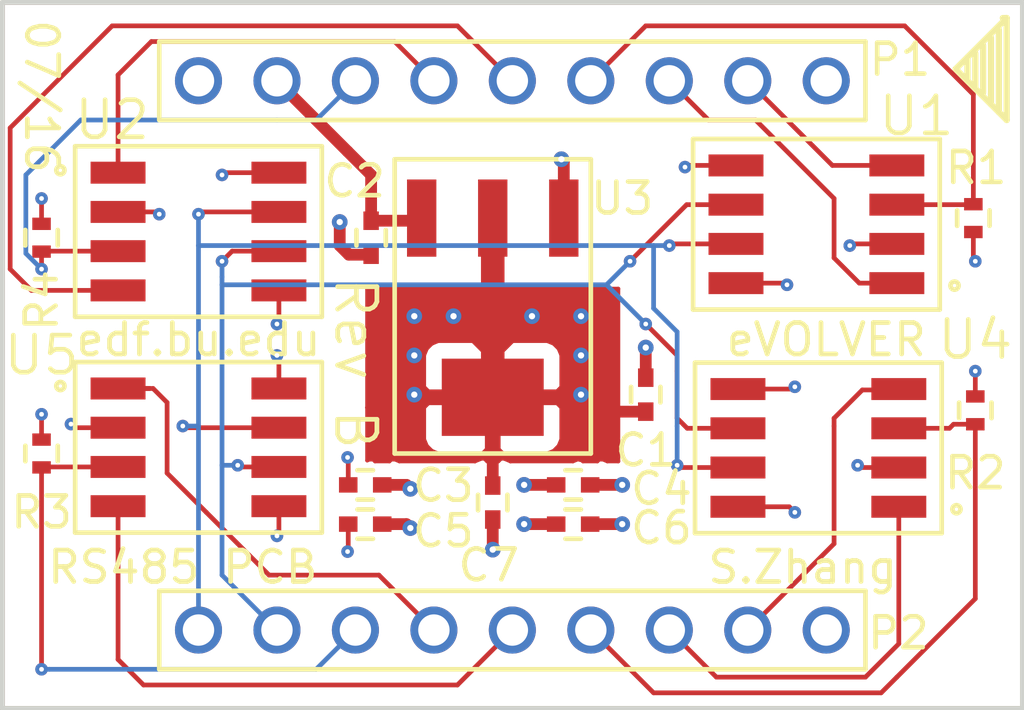
<source format=kicad_pcb>
(kicad_pcb (version 4) (generator gerbview)
  (layers (0 F.Cu signal) (31 B.Cu signal) (34 B.Paste user) (35 F.Paste user) (36 B.SilkS user) (37 F.SilkS user) (38 B.Mask user) (39 F.Mask user) (44 Edge.Cuts user))
  (gr_line (start 170.18 107.95) (end 170.18 85.09) (layer Edge.Cuts) (width 0.15))
  (gr_line (start 203.2 107.95) (end 170.18 107.95) (layer Edge.Cuts) (width 0.15))
  (gr_line (start 203.2 85.09) (end 203.2 107.95) (layer Edge.Cuts) (width 0.15))
  (gr_line (start 170.18 85.09) (end 203.2 85.09) (layer Edge.Cuts) (width 0.15))
  (gr_line (start 201.422 86.868) (end 201.422 87.63) (layer F.SilkS) (width 0.2))
  (gr_line (start 201.676 86.741) (end 201.676 87.884) (layer F.SilkS) (width 0.2))
  (gr_line (start 201.93 86.487) (end 201.93 88.011) (layer F.SilkS) (width 0.2))
  (gr_line (start 202.184 86.233) (end 202.184 88.392) (layer F.SilkS) (width 0.2))
  (gr_line (start 202.438 85.979) (end 202.438 88.646) (layer F.SilkS) (width 0.2))
  (gr_line (start 202.692 85.598) (end 202.565 85.598) (layer F.SilkS) (width 0.2))
  (gr_line (start 202.692 88.9) (end 202.692 85.598) (layer F.SilkS) (width 0.2))
  (gr_line (start 201.041 87.249) (end 202.692 88.9) (layer F.SilkS) (width 0.2))
  (gr_line (start 202.692 85.598) (end 201.041 87.249) (layer F.SilkS) (width 0.2))
  (gr_line (start 193.23352 103.78924) (end 193.37867 103.83762) (layer F.SilkS) (width 0.1524))
  (gr_line (start 193.37867 103.83762) (end 193.62057 103.83762) (layer F.SilkS) (width 0.1524))
  (gr_line (start 193.62057 103.83762) (end 193.71733 103.78924) (layer F.SilkS) (width 0.1524))
  (gr_line (start 193.71733 103.78924) (end 193.76571 103.74086) (layer F.SilkS) (width 0.1524))
  (gr_line (start 193.76571 103.74086) (end 193.8141 103.6441) (layer F.SilkS) (width 0.1524))
  (gr_line (start 193.8141 103.6441) (end 193.8141 103.54733) (layer F.SilkS) (width 0.1524))
  (gr_line (start 193.8141 103.54733) (end 193.76571 103.45057) (layer F.SilkS) (width 0.1524))
  (gr_line (start 193.76571 103.45057) (end 193.71733 103.40219) (layer F.SilkS) (width 0.1524))
  (gr_line (start 193.71733 103.40219) (end 193.62057 103.35381) (layer F.SilkS) (width 0.1524))
  (gr_line (start 193.62057 103.35381) (end 193.42705 103.30543) (layer F.SilkS) (width 0.1524))
  (gr_line (start 193.42705 103.30543) (end 193.33029 103.25705) (layer F.SilkS) (width 0.1524))
  (gr_line (start 193.33029 103.25705) (end 193.28191 103.20867) (layer F.SilkS) (width 0.1524))
  (gr_line (start 193.28191 103.20867) (end 193.23352 103.11191) (layer F.SilkS) (width 0.1524))
  (gr_line (start 193.23352 103.11191) (end 193.23352 103.01514) (layer F.SilkS) (width 0.1524))
  (gr_line (start 193.23352 103.01514) (end 193.28191 102.91838) (layer F.SilkS) (width 0.1524))
  (gr_line (start 193.28191 102.91838) (end 193.33029 102.87) (layer F.SilkS) (width 0.1524))
  (gr_line (start 193.33029 102.87) (end 193.42705 102.82162) (layer F.SilkS) (width 0.1524))
  (gr_line (start 193.42705 102.82162) (end 193.66895 102.82162) (layer F.SilkS) (width 0.1524))
  (gr_line (start 193.66895 102.82162) (end 193.8141 102.87) (layer F.SilkS) (width 0.1524))
  (gr_line (start 194.24952 103.74086) (end 194.29791 103.78924) (layer F.SilkS) (width 0.1524))
  (gr_line (start 194.29791 103.78924) (end 194.24952 103.83762) (layer F.SilkS) (width 0.1524))
  (gr_line (start 194.24952 103.83762) (end 194.20114 103.78924) (layer F.SilkS) (width 0.1524))
  (gr_line (start 194.20114 103.78924) (end 194.24952 103.74086) (layer F.SilkS) (width 0.1524))
  (gr_line (start 194.24952 103.74086) (end 194.24952 103.83762) (layer F.SilkS) (width 0.1524))
  (gr_line (start 194.63657 102.82162) (end 195.31391 102.82162) (layer F.SilkS) (width 0.1524))
  (gr_line (start 195.31391 102.82162) (end 194.63657 103.83762) (layer F.SilkS) (width 0.1524))
  (gr_line (start 194.63657 103.83762) (end 195.31391 103.83762) (layer F.SilkS) (width 0.1524))
  (gr_line (start 195.70095 103.83762) (end 195.70095 102.82162) (layer F.SilkS) (width 0.1524))
  (gr_line (start 196.13638 103.83762) (end 196.13638 103.30543) (layer F.SilkS) (width 0.1524))
  (gr_line (start 196.13638 103.30543) (end 196.088 103.20867) (layer F.SilkS) (width 0.1524))
  (gr_line (start 196.088 103.20867) (end 195.99124 103.16029) (layer F.SilkS) (width 0.1524))
  (gr_line (start 195.99124 103.16029) (end 195.8461 103.16029) (layer F.SilkS) (width 0.1524))
  (gr_line (start 195.8461 103.16029) (end 195.74933 103.20867) (layer F.SilkS) (width 0.1524))
  (gr_line (start 195.74933 103.20867) (end 195.70095 103.25705) (layer F.SilkS) (width 0.1524))
  (gr_line (start 197.05562 103.83762) (end 197.05562 103.30543) (layer F.SilkS) (width 0.1524))
  (gr_line (start 197.05562 103.30543) (end 197.00724 103.20867) (layer F.SilkS) (width 0.1524))
  (gr_line (start 197.00724 103.20867) (end 196.91048 103.16029) (layer F.SilkS) (width 0.1524))
  (gr_line (start 196.91048 103.16029) (end 196.71695 103.16029) (layer F.SilkS) (width 0.1524))
  (gr_line (start 196.71695 103.16029) (end 196.62019 103.20867) (layer F.SilkS) (width 0.1524))
  (gr_line (start 197.05562 103.78924) (end 196.95886 103.83762) (layer F.SilkS) (width 0.1524))
  (gr_line (start 196.95886 103.83762) (end 196.71695 103.83762) (layer F.SilkS) (width 0.1524))
  (gr_line (start 196.71695 103.83762) (end 196.62019 103.78924) (layer F.SilkS) (width 0.1524))
  (gr_line (start 196.62019 103.78924) (end 196.57181 103.69248) (layer F.SilkS) (width 0.1524))
  (gr_line (start 196.57181 103.69248) (end 196.57181 103.59571) (layer F.SilkS) (width 0.1524))
  (gr_line (start 196.57181 103.59571) (end 196.62019 103.49895) (layer F.SilkS) (width 0.1524))
  (gr_line (start 196.62019 103.49895) (end 196.71695 103.45057) (layer F.SilkS) (width 0.1524))
  (gr_line (start 196.71695 103.45057) (end 196.95886 103.45057) (layer F.SilkS) (width 0.1524))
  (gr_line (start 196.95886 103.45057) (end 197.05562 103.40219) (layer F.SilkS) (width 0.1524))
  (gr_line (start 197.53943 103.16029) (end 197.53943 103.83762) (layer F.SilkS) (width 0.1524))
  (gr_line (start 197.53943 103.25705) (end 197.58781 103.20867) (layer F.SilkS) (width 0.1524))
  (gr_line (start 197.58781 103.20867) (end 197.68457 103.16029) (layer F.SilkS) (width 0.1524))
  (gr_line (start 197.68457 103.16029) (end 197.82971 103.16029) (layer F.SilkS) (width 0.1524))
  (gr_line (start 197.82971 103.16029) (end 197.92648 103.20867) (layer F.SilkS) (width 0.1524))
  (gr_line (start 197.92648 103.20867) (end 197.97486 103.30543) (layer F.SilkS) (width 0.1524))
  (gr_line (start 197.97486 103.30543) (end 197.97486 103.83762) (layer F.SilkS) (width 0.1524))
  (gr_line (start 198.8941 103.16029) (end 198.8941 103.98276) (layer F.SilkS) (width 0.1524))
  (gr_line (start 198.8941 103.98276) (end 198.84571 104.07952) (layer F.SilkS) (width 0.1524))
  (gr_line (start 198.84571 104.07952) (end 198.79733 104.12791) (layer F.SilkS) (width 0.1524))
  (gr_line (start 198.79733 104.12791) (end 198.70057 104.17629) (layer F.SilkS) (width 0.1524))
  (gr_line (start 198.70057 104.17629) (end 198.55543 104.17629) (layer F.SilkS) (width 0.1524))
  (gr_line (start 198.55543 104.17629) (end 198.45867 104.12791) (layer F.SilkS) (width 0.1524))
  (gr_line (start 198.8941 103.78924) (end 198.79733 103.83762) (layer F.SilkS) (width 0.1524))
  (gr_line (start 198.79733 103.83762) (end 198.60381 103.83762) (layer F.SilkS) (width 0.1524))
  (gr_line (start 198.60381 103.83762) (end 198.50705 103.78924) (layer F.SilkS) (width 0.1524))
  (gr_line (start 198.50705 103.78924) (end 198.45867 103.74086) (layer F.SilkS) (width 0.1524))
  (gr_line (start 198.45867 103.74086) (end 198.41029 103.6441) (layer F.SilkS) (width 0.1524))
  (gr_line (start 198.41029 103.6441) (end 198.41029 103.35381) (layer F.SilkS) (width 0.1524))
  (gr_line (start 198.41029 103.35381) (end 198.45867 103.25705) (layer F.SilkS) (width 0.1524))
  (gr_line (start 198.45867 103.25705) (end 198.50705 103.20867) (layer F.SilkS) (width 0.1524))
  (gr_line (start 198.50705 103.20867) (end 198.60381 103.16029) (layer F.SilkS) (width 0.1524))
  (gr_line (start 198.60381 103.16029) (end 198.79733 103.16029) (layer F.SilkS) (width 0.1524))
  (gr_line (start 198.79733 103.16029) (end 198.8941 103.20867) (layer F.SilkS) (width 0.1524))
  (gr_line (start 172.00638 86.106) (end 172.00638 86.20276) (layer F.SilkS) (width 0.1524))
  (gr_line (start 172.00638 86.20276) (end 171.958 86.29952) (layer F.SilkS) (width 0.1524))
  (gr_line (start 171.958 86.29952) (end 171.90962 86.34791) (layer F.SilkS) (width 0.1524))
  (gr_line (start 171.90962 86.34791) (end 171.81286 86.39629) (layer F.SilkS) (width 0.1524))
  (gr_line (start 171.81286 86.39629) (end 171.61933 86.44467) (layer F.SilkS) (width 0.1524))
  (gr_line (start 171.61933 86.44467) (end 171.37743 86.44467) (layer F.SilkS) (width 0.1524))
  (gr_line (start 171.37743 86.44467) (end 171.18391 86.39629) (layer F.SilkS) (width 0.1524))
  (gr_line (start 171.18391 86.39629) (end 171.08714 86.34791) (layer F.SilkS) (width 0.1524))
  (gr_line (start 171.08714 86.34791) (end 171.03876 86.29952) (layer F.SilkS) (width 0.1524))
  (gr_line (start 171.03876 86.29952) (end 170.99038 86.20276) (layer F.SilkS) (width 0.1524))
  (gr_line (start 170.99038 86.20276) (end 170.99038 86.106) (layer F.SilkS) (width 0.1524))
  (gr_line (start 170.99038 86.106) (end 171.03876 86.00924) (layer F.SilkS) (width 0.1524))
  (gr_line (start 171.03876 86.00924) (end 171.08714 85.96086) (layer F.SilkS) (width 0.1524))
  (gr_line (start 171.08714 85.96086) (end 171.18391 85.91248) (layer F.SilkS) (width 0.1524))
  (gr_line (start 171.18391 85.91248) (end 171.37743 85.8641) (layer F.SilkS) (width 0.1524))
  (gr_line (start 171.37743 85.8641) (end 171.61933 85.8641) (layer F.SilkS) (width 0.1524))
  (gr_line (start 171.61933 85.8641) (end 171.81286 85.91248) (layer F.SilkS) (width 0.1524))
  (gr_line (start 171.81286 85.91248) (end 171.90962 85.96086) (layer F.SilkS) (width 0.1524))
  (gr_line (start 171.90962 85.96086) (end 171.958 86.00924) (layer F.SilkS) (width 0.1524))
  (gr_line (start 171.958 86.00924) (end 172.00638 86.106) (layer F.SilkS) (width 0.1524))
  (gr_line (start 172.00638 86.78333) (end 172.00638 87.46067) (layer F.SilkS) (width 0.1524))
  (gr_line (start 172.00638 87.46067) (end 170.99038 87.02524) (layer F.SilkS) (width 0.1524))
  (gr_line (start 172.05476 88.57343) (end 170.74848 87.70257) (layer F.SilkS) (width 0.1524))
  (gr_line (start 170.99038 89.44429) (end 170.99038 88.86372) (layer F.SilkS) (width 0.1524))
  (gr_line (start 170.99038 89.154) (end 172.00638 89.154) (layer F.SilkS) (width 0.1524))
  (gr_line (start 172.00638 89.154) (end 171.86124 89.05724) (layer F.SilkS) (width 0.1524))
  (gr_line (start 171.86124 89.05724) (end 171.76448 88.96048) (layer F.SilkS) (width 0.1524))
  (gr_line (start 171.76448 88.96048) (end 171.7161 88.86372) (layer F.SilkS) (width 0.1524))
  (gr_line (start 172.00638 90.31514) (end 172.00638 90.12162) (layer F.SilkS) (width 0.1524))
  (gr_line (start 172.00638 90.12162) (end 171.958 90.02486) (layer F.SilkS) (width 0.1524))
  (gr_line (start 171.958 90.02486) (end 171.90962 89.97648) (layer F.SilkS) (width 0.1524))
  (gr_line (start 171.90962 89.97648) (end 171.76448 89.87972) (layer F.SilkS) (width 0.1524))
  (gr_line (start 171.76448 89.87972) (end 171.57095 89.83133) (layer F.SilkS) (width 0.1524))
  (gr_line (start 171.57095 89.83133) (end 171.18391 89.83133) (layer F.SilkS) (width 0.1524))
  (gr_line (start 171.18391 89.83133) (end 171.08714 89.87972) (layer F.SilkS) (width 0.1524))
  (gr_line (start 171.08714 89.87972) (end 171.03876 89.9281) (layer F.SilkS) (width 0.1524))
  (gr_line (start 171.03876 89.9281) (end 170.99038 90.02486) (layer F.SilkS) (width 0.1524))
  (gr_line (start 170.99038 90.02486) (end 170.99038 90.21838) (layer F.SilkS) (width 0.1524))
  (gr_line (start 170.99038 90.21838) (end 171.03876 90.31514) (layer F.SilkS) (width 0.1524))
  (gr_line (start 171.03876 90.31514) (end 171.08714 90.36352) (layer F.SilkS) (width 0.1524))
  (gr_line (start 171.08714 90.36352) (end 171.18391 90.41191) (layer F.SilkS) (width 0.1524))
  (gr_line (start 171.18391 90.41191) (end 171.42581 90.41191) (layer F.SilkS) (width 0.1524))
  (gr_line (start 171.42581 90.41191) (end 171.52257 90.36352) (layer F.SilkS) (width 0.1524))
  (gr_line (start 171.52257 90.36352) (end 171.57095 90.31514) (layer F.SilkS) (width 0.1524))
  (gr_line (start 171.57095 90.31514) (end 171.61933 90.21838) (layer F.SilkS) (width 0.1524))
  (gr_line (start 171.61933 90.21838) (end 171.61933 90.02486) (layer F.SilkS) (width 0.1524))
  (gr_line (start 171.61933 90.02486) (end 171.57095 89.9281) (layer F.SilkS) (width 0.1524))
  (gr_line (start 171.57095 89.9281) (end 171.52257 89.87972) (layer F.SilkS) (width 0.1524))
  (gr_line (start 171.52257 89.87972) (end 171.42581 89.83133) (layer F.SilkS) (width 0.1524))
  (gr_line (start 181.03548 95.02019) (end 181.64024 94.59686) (layer F.SilkS) (width 0.1524))
  (gr_line (start 181.03548 94.29448) (end 182.30548 94.29448) (layer F.SilkS) (width 0.1524))
  (gr_line (start 182.30548 94.29448) (end 182.30548 94.77829) (layer F.SilkS) (width 0.1524))
  (gr_line (start 182.30548 94.77829) (end 182.245 94.89924) (layer F.SilkS) (width 0.1524))
  (gr_line (start 182.245 94.89924) (end 182.18452 94.95972) (layer F.SilkS) (width 0.1524))
  (gr_line (start 182.18452 94.95972) (end 182.06357 95.02019) (layer F.SilkS) (width 0.1524))
  (gr_line (start 182.06357 95.02019) (end 181.88214 95.02019) (layer F.SilkS) (width 0.1524))
  (gr_line (start 181.88214 95.02019) (end 181.76119 94.95972) (layer F.SilkS) (width 0.1524))
  (gr_line (start 181.76119 94.95972) (end 181.70071 94.89924) (layer F.SilkS) (width 0.1524))
  (gr_line (start 181.70071 94.89924) (end 181.64024 94.77829) (layer F.SilkS) (width 0.1524))
  (gr_line (start 181.64024 94.77829) (end 181.64024 94.29448) (layer F.SilkS) (width 0.1524))
  (gr_line (start 181.09595 96.04829) (end 181.03548 95.92733) (layer F.SilkS) (width 0.1524))
  (gr_line (start 181.03548 95.92733) (end 181.03548 95.68543) (layer F.SilkS) (width 0.1524))
  (gr_line (start 181.03548 95.68543) (end 181.09595 95.56448) (layer F.SilkS) (width 0.1524))
  (gr_line (start 181.09595 95.56448) (end 181.21691 95.504) (layer F.SilkS) (width 0.1524))
  (gr_line (start 181.21691 95.504) (end 181.70071 95.504) (layer F.SilkS) (width 0.1524))
  (gr_line (start 181.70071 95.504) (end 181.82167 95.56448) (layer F.SilkS) (width 0.1524))
  (gr_line (start 181.82167 95.56448) (end 181.88214 95.68543) (layer F.SilkS) (width 0.1524))
  (gr_line (start 181.88214 95.68543) (end 181.88214 95.92733) (layer F.SilkS) (width 0.1524))
  (gr_line (start 181.88214 95.92733) (end 181.82167 96.04829) (layer F.SilkS) (width 0.1524))
  (gr_line (start 181.82167 96.04829) (end 181.70071 96.10876) (layer F.SilkS) (width 0.1524))
  (gr_line (start 181.70071 96.10876) (end 181.57976 96.10876) (layer F.SilkS) (width 0.1524))
  (gr_line (start 181.57976 96.10876) (end 181.45881 95.504) (layer F.SilkS) (width 0.1524))
  (gr_line (start 181.88214 96.5321) (end 181.03548 96.83448) (layer F.SilkS) (width 0.1524))
  (gr_line (start 181.03548 96.83448) (end 181.88214 97.13686) (layer F.SilkS) (width 0.1524))
  (gr_line (start 181.70071 99.01162) (end 181.64024 99.19305) (layer F.SilkS) (width 0.1524))
  (gr_line (start 181.64024 99.19305) (end 181.57976 99.25352) (layer F.SilkS) (width 0.1524))
  (gr_line (start 181.57976 99.25352) (end 181.45881 99.314) (layer F.SilkS) (width 0.1524))
  (gr_line (start 181.45881 99.314) (end 181.27738 99.314) (layer F.SilkS) (width 0.1524))
  (gr_line (start 181.27738 99.314) (end 181.15643 99.25352) (layer F.SilkS) (width 0.1524))
  (gr_line (start 181.15643 99.25352) (end 181.09595 99.19305) (layer F.SilkS) (width 0.1524))
  (gr_line (start 181.09595 99.19305) (end 181.03548 99.0721) (layer F.SilkS) (width 0.1524))
  (gr_line (start 181.03548 99.0721) (end 181.03548 98.58829) (layer F.SilkS) (width 0.1524))
  (gr_line (start 181.03548 98.58829) (end 182.30548 98.58829) (layer F.SilkS) (width 0.1524))
  (gr_line (start 182.30548 98.58829) (end 182.30548 99.01162) (layer F.SilkS) (width 0.1524))
  (gr_line (start 182.30548 99.01162) (end 182.245 99.13257) (layer F.SilkS) (width 0.1524))
  (gr_line (start 182.245 99.13257) (end 182.18452 99.19305) (layer F.SilkS) (width 0.1524))
  (gr_line (start 182.18452 99.19305) (end 182.06357 99.25352) (layer F.SilkS) (width 0.1524))
  (gr_line (start 182.06357 99.25352) (end 181.94262 99.25352) (layer F.SilkS) (width 0.1524))
  (gr_line (start 181.94262 99.25352) (end 181.82167 99.19305) (layer F.SilkS) (width 0.1524))
  (gr_line (start 181.82167 99.19305) (end 181.76119 99.13257) (layer F.SilkS) (width 0.1524))
  (gr_line (start 181.76119 99.13257) (end 181.70071 99.01162) (layer F.SilkS) (width 0.1524))
  (gr_line (start 181.70071 99.01162) (end 181.70071 98.58829) (layer F.SilkS) (width 0.1524))
  (gr_line (start 172.49019 103.83762) (end 172.15153 103.35381) (layer F.SilkS) (width 0.1524))
  (gr_line (start 171.90962 103.83762) (end 171.90962 102.82162) (layer F.SilkS) (width 0.1524))
  (gr_line (start 171.90962 102.82162) (end 172.29667 102.82162) (layer F.SilkS) (width 0.1524))
  (gr_line (start 172.29667 102.82162) (end 172.39343 102.87) (layer F.SilkS) (width 0.1524))
  (gr_line (start 172.39343 102.87) (end 172.44181 102.91838) (layer F.SilkS) (width 0.1524))
  (gr_line (start 172.44181 102.91838) (end 172.49019 103.01514) (layer F.SilkS) (width 0.1524))
  (gr_line (start 172.49019 103.01514) (end 172.49019 103.16029) (layer F.SilkS) (width 0.1524))
  (gr_line (start 172.49019 103.16029) (end 172.44181 103.25705) (layer F.SilkS) (width 0.1524))
  (gr_line (start 172.44181 103.25705) (end 172.39343 103.30543) (layer F.SilkS) (width 0.1524))
  (gr_line (start 172.39343 103.30543) (end 172.29667 103.35381) (layer F.SilkS) (width 0.1524))
  (gr_line (start 172.29667 103.35381) (end 171.90962 103.35381) (layer F.SilkS) (width 0.1524))
  (gr_line (start 172.87724 103.78924) (end 173.02238 103.83762) (layer F.SilkS) (width 0.1524))
  (gr_line (start 173.02238 103.83762) (end 173.26429 103.83762) (layer F.SilkS) (width 0.1524))
  (gr_line (start 173.26429 103.83762) (end 173.36105 103.78924) (layer F.SilkS) (width 0.1524))
  (gr_line (start 173.36105 103.78924) (end 173.40943 103.74086) (layer F.SilkS) (width 0.1524))
  (gr_line (start 173.40943 103.74086) (end 173.45781 103.6441) (layer F.SilkS) (width 0.1524))
  (gr_line (start 173.45781 103.6441) (end 173.45781 103.54733) (layer F.SilkS) (width 0.1524))
  (gr_line (start 173.45781 103.54733) (end 173.40943 103.45057) (layer F.SilkS) (width 0.1524))
  (gr_line (start 173.40943 103.45057) (end 173.36105 103.40219) (layer F.SilkS) (width 0.1524))
  (gr_line (start 173.36105 103.40219) (end 173.26429 103.35381) (layer F.SilkS) (width 0.1524))
  (gr_line (start 173.26429 103.35381) (end 173.07076 103.30543) (layer F.SilkS) (width 0.1524))
  (gr_line (start 173.07076 103.30543) (end 172.974 103.25705) (layer F.SilkS) (width 0.1524))
  (gr_line (start 172.974 103.25705) (end 172.92562 103.20867) (layer F.SilkS) (width 0.1524))
  (gr_line (start 172.92562 103.20867) (end 172.87724 103.11191) (layer F.SilkS) (width 0.1524))
  (gr_line (start 172.87724 103.11191) (end 172.87724 103.01514) (layer F.SilkS) (width 0.1524))
  (gr_line (start 172.87724 103.01514) (end 172.92562 102.91838) (layer F.SilkS) (width 0.1524))
  (gr_line (start 172.92562 102.91838) (end 172.974 102.87) (layer F.SilkS) (width 0.1524))
  (gr_line (start 172.974 102.87) (end 173.07076 102.82162) (layer F.SilkS) (width 0.1524))
  (gr_line (start 173.07076 102.82162) (end 173.31267 102.82162) (layer F.SilkS) (width 0.1524))
  (gr_line (start 173.31267 102.82162) (end 173.45781 102.87) (layer F.SilkS) (width 0.1524))
  (gr_line (start 174.32867 103.16029) (end 174.32867 103.83762) (layer F.SilkS) (width 0.1524))
  (gr_line (start 174.08676 102.77324) (end 173.84486 103.49895) (layer F.SilkS) (width 0.1524))
  (gr_line (start 173.84486 103.49895) (end 174.47381 103.49895) (layer F.SilkS) (width 0.1524))
  (gr_line (start 175.006 103.25705) (end 174.90924 103.20867) (layer F.SilkS) (width 0.1524))
  (gr_line (start 174.90924 103.20867) (end 174.86086 103.16029) (layer F.SilkS) (width 0.1524))
  (gr_line (start 174.86086 103.16029) (end 174.81248 103.06352) (layer F.SilkS) (width 0.1524))
  (gr_line (start 174.81248 103.06352) (end 174.81248 103.01514) (layer F.SilkS) (width 0.1524))
  (gr_line (start 174.81248 103.01514) (end 174.86086 102.91838) (layer F.SilkS) (width 0.1524))
  (gr_line (start 174.86086 102.91838) (end 174.90924 102.87) (layer F.SilkS) (width 0.1524))
  (gr_line (start 174.90924 102.87) (end 175.006 102.82162) (layer F.SilkS) (width 0.1524))
  (gr_line (start 175.006 102.82162) (end 175.19952 102.82162) (layer F.SilkS) (width 0.1524))
  (gr_line (start 175.19952 102.82162) (end 175.29629 102.87) (layer F.SilkS) (width 0.1524))
  (gr_line (start 175.29629 102.87) (end 175.34467 102.91838) (layer F.SilkS) (width 0.1524))
  (gr_line (start 175.34467 102.91838) (end 175.39305 103.01514) (layer F.SilkS) (width 0.1524))
  (gr_line (start 175.39305 103.01514) (end 175.39305 103.06352) (layer F.SilkS) (width 0.1524))
  (gr_line (start 175.39305 103.06352) (end 175.34467 103.16029) (layer F.SilkS) (width 0.1524))
  (gr_line (start 175.34467 103.16029) (end 175.29629 103.20867) (layer F.SilkS) (width 0.1524))
  (gr_line (start 175.29629 103.20867) (end 175.19952 103.25705) (layer F.SilkS) (width 0.1524))
  (gr_line (start 175.19952 103.25705) (end 175.006 103.25705) (layer F.SilkS) (width 0.1524))
  (gr_line (start 175.006 103.25705) (end 174.90924 103.30543) (layer F.SilkS) (width 0.1524))
  (gr_line (start 174.90924 103.30543) (end 174.86086 103.35381) (layer F.SilkS) (width 0.1524))
  (gr_line (start 174.86086 103.35381) (end 174.81248 103.45057) (layer F.SilkS) (width 0.1524))
  (gr_line (start 174.81248 103.45057) (end 174.81248 103.6441) (layer F.SilkS) (width 0.1524))
  (gr_line (start 174.81248 103.6441) (end 174.86086 103.74086) (layer F.SilkS) (width 0.1524))
  (gr_line (start 174.86086 103.74086) (end 174.90924 103.78924) (layer F.SilkS) (width 0.1524))
  (gr_line (start 174.90924 103.78924) (end 175.006 103.83762) (layer F.SilkS) (width 0.1524))
  (gr_line (start 175.006 103.83762) (end 175.19952 103.83762) (layer F.SilkS) (width 0.1524))
  (gr_line (start 175.19952 103.83762) (end 175.29629 103.78924) (layer F.SilkS) (width 0.1524))
  (gr_line (start 175.29629 103.78924) (end 175.34467 103.74086) (layer F.SilkS) (width 0.1524))
  (gr_line (start 175.34467 103.74086) (end 175.39305 103.6441) (layer F.SilkS) (width 0.1524))
  (gr_line (start 175.39305 103.6441) (end 175.39305 103.45057) (layer F.SilkS) (width 0.1524))
  (gr_line (start 175.39305 103.45057) (end 175.34467 103.35381) (layer F.SilkS) (width 0.1524))
  (gr_line (start 175.34467 103.35381) (end 175.29629 103.30543) (layer F.SilkS) (width 0.1524))
  (gr_line (start 175.29629 103.30543) (end 175.19952 103.25705) (layer F.SilkS) (width 0.1524))
  (gr_line (start 176.31229 102.82162) (end 175.82848 102.82162) (layer F.SilkS) (width 0.1524))
  (gr_line (start 175.82848 102.82162) (end 175.7801 103.30543) (layer F.SilkS) (width 0.1524))
  (gr_line (start 175.7801 103.30543) (end 175.82848 103.25705) (layer F.SilkS) (width 0.1524))
  (gr_line (start 175.82848 103.25705) (end 175.92524 103.20867) (layer F.SilkS) (width 0.1524))
  (gr_line (start 175.92524 103.20867) (end 176.16714 103.20867) (layer F.SilkS) (width 0.1524))
  (gr_line (start 176.16714 103.20867) (end 176.26391 103.25705) (layer F.SilkS) (width 0.1524))
  (gr_line (start 176.26391 103.25705) (end 176.31229 103.30543) (layer F.SilkS) (width 0.1524))
  (gr_line (start 176.31229 103.30543) (end 176.36067 103.40219) (layer F.SilkS) (width 0.1524))
  (gr_line (start 176.36067 103.40219) (end 176.36067 103.6441) (layer F.SilkS) (width 0.1524))
  (gr_line (start 176.36067 103.6441) (end 176.31229 103.74086) (layer F.SilkS) (width 0.1524))
  (gr_line (start 176.31229 103.74086) (end 176.26391 103.78924) (layer F.SilkS) (width 0.1524))
  (gr_line (start 176.26391 103.78924) (end 176.16714 103.83762) (layer F.SilkS) (width 0.1524))
  (gr_line (start 176.16714 103.83762) (end 175.92524 103.83762) (layer F.SilkS) (width 0.1524))
  (gr_line (start 175.92524 103.83762) (end 175.82848 103.78924) (layer F.SilkS) (width 0.1524))
  (gr_line (start 175.82848 103.78924) (end 175.7801 103.74086) (layer F.SilkS) (width 0.1524))
  (gr_line (start 177.57019 103.83762) (end 177.57019 102.82162) (layer F.SilkS) (width 0.1524))
  (gr_line (start 177.57019 102.82162) (end 177.95724 102.82162) (layer F.SilkS) (width 0.1524))
  (gr_line (start 177.95724 102.82162) (end 178.054 102.87) (layer F.SilkS) (width 0.1524))
  (gr_line (start 178.054 102.87) (end 178.10238 102.91838) (layer F.SilkS) (width 0.1524))
  (gr_line (start 178.10238 102.91838) (end 178.15076 103.01514) (layer F.SilkS) (width 0.1524))
  (gr_line (start 178.15076 103.01514) (end 178.15076 103.16029) (layer F.SilkS) (width 0.1524))
  (gr_line (start 178.15076 103.16029) (end 178.10238 103.25705) (layer F.SilkS) (width 0.1524))
  (gr_line (start 178.10238 103.25705) (end 178.054 103.30543) (layer F.SilkS) (width 0.1524))
  (gr_line (start 178.054 103.30543) (end 177.95724 103.35381) (layer F.SilkS) (width 0.1524))
  (gr_line (start 177.95724 103.35381) (end 177.57019 103.35381) (layer F.SilkS) (width 0.1524))
  (gr_line (start 179.16676 103.74086) (end 179.11838 103.78924) (layer F.SilkS) (width 0.1524))
  (gr_line (start 179.11838 103.78924) (end 178.97324 103.83762) (layer F.SilkS) (width 0.1524))
  (gr_line (start 178.97324 103.83762) (end 178.87648 103.83762) (layer F.SilkS) (width 0.1524))
  (gr_line (start 178.87648 103.83762) (end 178.73133 103.78924) (layer F.SilkS) (width 0.1524))
  (gr_line (start 178.73133 103.78924) (end 178.63457 103.69248) (layer F.SilkS) (width 0.1524))
  (gr_line (start 178.63457 103.69248) (end 178.58619 103.59571) (layer F.SilkS) (width 0.1524))
  (gr_line (start 178.58619 103.59571) (end 178.53781 103.40219) (layer F.SilkS) (width 0.1524))
  (gr_line (start 178.53781 103.40219) (end 178.53781 103.25705) (layer F.SilkS) (width 0.1524))
  (gr_line (start 178.53781 103.25705) (end 178.58619 103.06352) (layer F.SilkS) (width 0.1524))
  (gr_line (start 178.58619 103.06352) (end 178.63457 102.96676) (layer F.SilkS) (width 0.1524))
  (gr_line (start 178.63457 102.96676) (end 178.73133 102.87) (layer F.SilkS) (width 0.1524))
  (gr_line (start 178.73133 102.87) (end 178.87648 102.82162) (layer F.SilkS) (width 0.1524))
  (gr_line (start 178.87648 102.82162) (end 178.97324 102.82162) (layer F.SilkS) (width 0.1524))
  (gr_line (start 178.97324 102.82162) (end 179.11838 102.87) (layer F.SilkS) (width 0.1524))
  (gr_line (start 179.11838 102.87) (end 179.16676 102.91838) (layer F.SilkS) (width 0.1524))
  (gr_line (start 179.94086 103.30543) (end 180.086 103.35381) (layer F.SilkS) (width 0.1524))
  (gr_line (start 180.086 103.35381) (end 180.13438 103.40219) (layer F.SilkS) (width 0.1524))
  (gr_line (start 180.13438 103.40219) (end 180.18276 103.49895) (layer F.SilkS) (width 0.1524))
  (gr_line (start 180.18276 103.49895) (end 180.18276 103.6441) (layer F.SilkS) (width 0.1524))
  (gr_line (start 180.18276 103.6441) (end 180.13438 103.74086) (layer F.SilkS) (width 0.1524))
  (gr_line (start 180.13438 103.74086) (end 180.086 103.78924) (layer F.SilkS) (width 0.1524))
  (gr_line (start 180.086 103.78924) (end 179.98924 103.83762) (layer F.SilkS) (width 0.1524))
  (gr_line (start 179.98924 103.83762) (end 179.60219 103.83762) (layer F.SilkS) (width 0.1524))
  (gr_line (start 179.60219 103.83762) (end 179.60219 102.82162) (layer F.SilkS) (width 0.1524))
  (gr_line (start 179.60219 102.82162) (end 179.94086 102.82162) (layer F.SilkS) (width 0.1524))
  (gr_line (start 179.94086 102.82162) (end 180.03762 102.87) (layer F.SilkS) (width 0.1524))
  (gr_line (start 180.03762 102.87) (end 180.086 102.91838) (layer F.SilkS) (width 0.1524))
  (gr_line (start 180.086 102.91838) (end 180.13438 103.01514) (layer F.SilkS) (width 0.1524))
  (gr_line (start 180.13438 103.01514) (end 180.13438 103.11191) (layer F.SilkS) (width 0.1524))
  (gr_line (start 180.13438 103.11191) (end 180.086 103.20867) (layer F.SilkS) (width 0.1524))
  (gr_line (start 180.086 103.20867) (end 180.03762 103.25705) (layer F.SilkS) (width 0.1524))
  (gr_line (start 180.03762 103.25705) (end 179.94086 103.30543) (layer F.SilkS) (width 0.1524))
  (gr_line (start 179.94086 103.30543) (end 179.60219 103.30543) (layer F.SilkS) (width 0.1524))
  (gr_line (start 194.26162 96.42324) (end 194.16486 96.47162) (layer F.SilkS) (width 0.1524))
  (gr_line (start 194.16486 96.47162) (end 193.97133 96.47162) (layer F.SilkS) (width 0.1524))
  (gr_line (start 193.97133 96.47162) (end 193.87457 96.42324) (layer F.SilkS) (width 0.1524))
  (gr_line (start 193.87457 96.42324) (end 193.82619 96.32648) (layer F.SilkS) (width 0.1524))
  (gr_line (start 193.82619 96.32648) (end 193.82619 95.93943) (layer F.SilkS) (width 0.1524))
  (gr_line (start 193.82619 95.93943) (end 193.87457 95.84267) (layer F.SilkS) (width 0.1524))
  (gr_line (start 193.87457 95.84267) (end 193.97133 95.79429) (layer F.SilkS) (width 0.1524))
  (gr_line (start 193.97133 95.79429) (end 194.16486 95.79429) (layer F.SilkS) (width 0.1524))
  (gr_line (start 194.16486 95.79429) (end 194.26162 95.84267) (layer F.SilkS) (width 0.1524))
  (gr_line (start 194.26162 95.84267) (end 194.31 95.93943) (layer F.SilkS) (width 0.1524))
  (gr_line (start 194.31 95.93943) (end 194.31 96.03619) (layer F.SilkS) (width 0.1524))
  (gr_line (start 194.31 96.03619) (end 193.82619 96.13295) (layer F.SilkS) (width 0.1524))
  (gr_line (start 194.60029 95.45562) (end 194.93895 96.47162) (layer F.SilkS) (width 0.1524))
  (gr_line (start 194.93895 96.47162) (end 195.27762 95.45562) (layer F.SilkS) (width 0.1524))
  (gr_line (start 195.80981 95.45562) (end 196.00333 95.45562) (layer F.SilkS) (width 0.1524))
  (gr_line (start 196.00333 95.45562) (end 196.1001 95.504) (layer F.SilkS) (width 0.1524))
  (gr_line (start 196.1001 95.504) (end 196.19686 95.60076) (layer F.SilkS) (width 0.1524))
  (gr_line (start 196.19686 95.60076) (end 196.24524 95.79429) (layer F.SilkS) (width 0.1524))
  (gr_line (start 196.24524 95.79429) (end 196.24524 96.13295) (layer F.SilkS) (width 0.1524))
  (gr_line (start 196.24524 96.13295) (end 196.19686 96.32648) (layer F.SilkS) (width 0.1524))
  (gr_line (start 196.19686 96.32648) (end 196.1001 96.42324) (layer F.SilkS) (width 0.1524))
  (gr_line (start 196.1001 96.42324) (end 196.00333 96.47162) (layer F.SilkS) (width 0.1524))
  (gr_line (start 196.00333 96.47162) (end 195.80981 96.47162) (layer F.SilkS) (width 0.1524))
  (gr_line (start 195.80981 96.47162) (end 195.71305 96.42324) (layer F.SilkS) (width 0.1524))
  (gr_line (start 195.71305 96.42324) (end 195.61629 96.32648) (layer F.SilkS) (width 0.1524))
  (gr_line (start 195.61629 96.32648) (end 195.56791 96.13295) (layer F.SilkS) (width 0.1524))
  (gr_line (start 195.56791 96.13295) (end 195.56791 95.79429) (layer F.SilkS) (width 0.1524))
  (gr_line (start 195.56791 95.79429) (end 195.61629 95.60076) (layer F.SilkS) (width 0.1524))
  (gr_line (start 195.61629 95.60076) (end 195.71305 95.504) (layer F.SilkS) (width 0.1524))
  (gr_line (start 195.71305 95.504) (end 195.80981 95.45562) (layer F.SilkS) (width 0.1524))
  (gr_line (start 197.16448 96.47162) (end 196.68067 96.47162) (layer F.SilkS) (width 0.1524))
  (gr_line (start 196.68067 96.47162) (end 196.68067 95.45562) (layer F.SilkS) (width 0.1524))
  (gr_line (start 197.358 95.45562) (end 197.69667 96.47162) (layer F.SilkS) (width 0.1524))
  (gr_line (start 197.69667 96.47162) (end 198.03533 95.45562) (layer F.SilkS) (width 0.1524))
  (gr_line (start 198.374 95.93943) (end 198.71267 95.93943) (layer F.SilkS) (width 0.1524))
  (gr_line (start 198.85781 96.47162) (end 198.374 96.47162) (layer F.SilkS) (width 0.1524))
  (gr_line (start 198.374 96.47162) (end 198.374 95.45562) (layer F.SilkS) (width 0.1524))
  (gr_line (start 198.374 95.45562) (end 198.85781 95.45562) (layer F.SilkS) (width 0.1524))
  (gr_line (start 199.87381 96.47162) (end 199.53514 95.98781) (layer F.SilkS) (width 0.1524))
  (gr_line (start 199.29324 96.47162) (end 199.29324 95.45562) (layer F.SilkS) (width 0.1524))
  (gr_line (start 199.29324 95.45562) (end 199.68029 95.45562) (layer F.SilkS) (width 0.1524))
  (gr_line (start 199.68029 95.45562) (end 199.77705 95.504) (layer F.SilkS) (width 0.1524))
  (gr_line (start 199.77705 95.504) (end 199.82543 95.55238) (layer F.SilkS) (width 0.1524))
  (gr_line (start 199.82543 95.55238) (end 199.87381 95.64914) (layer F.SilkS) (width 0.1524))
  (gr_line (start 199.87381 95.64914) (end 199.87381 95.79429) (layer F.SilkS) (width 0.1524))
  (gr_line (start 199.87381 95.79429) (end 199.82543 95.89105) (layer F.SilkS) (width 0.1524))
  (gr_line (start 199.82543 95.89105) (end 199.77705 95.93943) (layer F.SilkS) (width 0.1524))
  (gr_line (start 199.77705 95.93943) (end 199.68029 95.98781) (layer F.SilkS) (width 0.1524))
  (gr_line (start 199.68029 95.98781) (end 199.29324 95.98781) (layer F.SilkS) (width 0.1524))
  (gr_line (start 173.21591 96.42324) (end 173.11914 96.47162) (layer F.SilkS) (width 0.1524))
  (gr_line (start 173.11914 96.47162) (end 172.92562 96.47162) (layer F.SilkS) (width 0.1524))
  (gr_line (start 172.92562 96.47162) (end 172.82886 96.42324) (layer F.SilkS) (width 0.1524))
  (gr_line (start 172.82886 96.42324) (end 172.78048 96.32648) (layer F.SilkS) (width 0.1524))
  (gr_line (start 172.78048 96.32648) (end 172.78048 95.93943) (layer F.SilkS) (width 0.1524))
  (gr_line (start 172.78048 95.93943) (end 172.82886 95.84267) (layer F.SilkS) (width 0.1524))
  (gr_line (start 172.82886 95.84267) (end 172.92562 95.79429) (layer F.SilkS) (width 0.1524))
  (gr_line (start 172.92562 95.79429) (end 173.11914 95.79429) (layer F.SilkS) (width 0.1524))
  (gr_line (start 173.11914 95.79429) (end 173.21591 95.84267) (layer F.SilkS) (width 0.1524))
  (gr_line (start 173.21591 95.84267) (end 173.26429 95.93943) (layer F.SilkS) (width 0.1524))
  (gr_line (start 173.26429 95.93943) (end 173.26429 96.03619) (layer F.SilkS) (width 0.1524))
  (gr_line (start 173.26429 96.03619) (end 172.78048 96.13295) (layer F.SilkS) (width 0.1524))
  (gr_line (start 174.13514 96.47162) (end 174.13514 95.45562) (layer F.SilkS) (width 0.1524))
  (gr_line (start 174.13514 96.42324) (end 174.03838 96.47162) (layer F.SilkS) (width 0.1524))
  (gr_line (start 174.03838 96.47162) (end 173.84486 96.47162) (layer F.SilkS) (width 0.1524))
  (gr_line (start 173.84486 96.47162) (end 173.7481 96.42324) (layer F.SilkS) (width 0.1524))
  (gr_line (start 173.7481 96.42324) (end 173.69972 96.37486) (layer F.SilkS) (width 0.1524))
  (gr_line (start 173.69972 96.37486) (end 173.65133 96.2781) (layer F.SilkS) (width 0.1524))
  (gr_line (start 173.65133 96.2781) (end 173.65133 95.98781) (layer F.SilkS) (width 0.1524))
  (gr_line (start 173.65133 95.98781) (end 173.69972 95.89105) (layer F.SilkS) (width 0.1524))
  (gr_line (start 173.69972 95.89105) (end 173.7481 95.84267) (layer F.SilkS) (width 0.1524))
  (gr_line (start 173.7481 95.84267) (end 173.84486 95.79429) (layer F.SilkS) (width 0.1524))
  (gr_line (start 173.84486 95.79429) (end 174.03838 95.79429) (layer F.SilkS) (width 0.1524))
  (gr_line (start 174.03838 95.79429) (end 174.13514 95.84267) (layer F.SilkS) (width 0.1524))
  (gr_line (start 174.47381 95.79429) (end 174.86086 95.79429) (layer F.SilkS) (width 0.1524))
  (gr_line (start 174.61895 96.47162) (end 174.61895 95.60076) (layer F.SilkS) (width 0.1524))
  (gr_line (start 174.61895 95.60076) (end 174.66733 95.504) (layer F.SilkS) (width 0.1524))
  (gr_line (start 174.66733 95.504) (end 174.7641 95.45562) (layer F.SilkS) (width 0.1524))
  (gr_line (start 174.7641 95.45562) (end 174.86086 95.45562) (layer F.SilkS) (width 0.1524))
  (gr_line (start 175.19952 96.37486) (end 175.24791 96.42324) (layer F.SilkS) (width 0.1524))
  (gr_line (start 175.24791 96.42324) (end 175.19952 96.47162) (layer F.SilkS) (width 0.1524))
  (gr_line (start 175.19952 96.47162) (end 175.15114 96.42324) (layer F.SilkS) (width 0.1524))
  (gr_line (start 175.15114 96.42324) (end 175.19952 96.37486) (layer F.SilkS) (width 0.1524))
  (gr_line (start 175.19952 96.37486) (end 175.19952 96.47162) (layer F.SilkS) (width 0.1524))
  (gr_line (start 175.68333 96.47162) (end 175.68333 95.45562) (layer F.SilkS) (width 0.1524))
  (gr_line (start 175.68333 95.84267) (end 175.7801 95.79429) (layer F.SilkS) (width 0.1524))
  (gr_line (start 175.7801 95.79429) (end 175.97362 95.79429) (layer F.SilkS) (width 0.1524))
  (gr_line (start 175.97362 95.79429) (end 176.07038 95.84267) (layer F.SilkS) (width 0.1524))
  (gr_line (start 176.07038 95.84267) (end 176.11876 95.89105) (layer F.SilkS) (width 0.1524))
  (gr_line (start 176.11876 95.89105) (end 176.16714 95.98781) (layer F.SilkS) (width 0.1524))
  (gr_line (start 176.16714 95.98781) (end 176.16714 96.2781) (layer F.SilkS) (width 0.1524))
  (gr_line (start 176.16714 96.2781) (end 176.11876 96.37486) (layer F.SilkS) (width 0.1524))
  (gr_line (start 176.11876 96.37486) (end 176.07038 96.42324) (layer F.SilkS) (width 0.1524))
  (gr_line (start 176.07038 96.42324) (end 175.97362 96.47162) (layer F.SilkS) (width 0.1524))
  (gr_line (start 175.97362 96.47162) (end 175.7801 96.47162) (layer F.SilkS) (width 0.1524))
  (gr_line (start 175.7801 96.47162) (end 175.68333 96.42324) (layer F.SilkS) (width 0.1524))
  (gr_line (start 177.038 95.79429) (end 177.038 96.47162) (layer F.SilkS) (width 0.1524))
  (gr_line (start 176.60257 95.79429) (end 176.60257 96.32648) (layer F.SilkS) (width 0.1524))
  (gr_line (start 176.60257 96.32648) (end 176.65095 96.42324) (layer F.SilkS) (width 0.1524))
  (gr_line (start 176.65095 96.42324) (end 176.74772 96.47162) (layer F.SilkS) (width 0.1524))
  (gr_line (start 176.74772 96.47162) (end 176.89286 96.47162) (layer F.SilkS) (width 0.1524))
  (gr_line (start 176.89286 96.47162) (end 176.98962 96.42324) (layer F.SilkS) (width 0.1524))
  (gr_line (start 176.98962 96.42324) (end 177.038 96.37486) (layer F.SilkS) (width 0.1524))
  (gr_line (start 177.52181 96.37486) (end 177.57019 96.42324) (layer F.SilkS) (width 0.1524))
  (gr_line (start 177.57019 96.42324) (end 177.52181 96.47162) (layer F.SilkS) (width 0.1524))
  (gr_line (start 177.52181 96.47162) (end 177.47343 96.42324) (layer F.SilkS) (width 0.1524))
  (gr_line (start 177.47343 96.42324) (end 177.52181 96.37486) (layer F.SilkS) (width 0.1524))
  (gr_line (start 177.52181 96.37486) (end 177.52181 96.47162) (layer F.SilkS) (width 0.1524))
  (gr_line (start 178.39267 96.42324) (end 178.29591 96.47162) (layer F.SilkS) (width 0.1524))
  (gr_line (start 178.29591 96.47162) (end 178.10238 96.47162) (layer F.SilkS) (width 0.1524))
  (gr_line (start 178.10238 96.47162) (end 178.00562 96.42324) (layer F.SilkS) (width 0.1524))
  (gr_line (start 178.00562 96.42324) (end 177.95724 96.32648) (layer F.SilkS) (width 0.1524))
  (gr_line (start 177.95724 96.32648) (end 177.95724 95.93943) (layer F.SilkS) (width 0.1524))
  (gr_line (start 177.95724 95.93943) (end 178.00562 95.84267) (layer F.SilkS) (width 0.1524))
  (gr_line (start 178.00562 95.84267) (end 178.10238 95.79429) (layer F.SilkS) (width 0.1524))
  (gr_line (start 178.10238 95.79429) (end 178.29591 95.79429) (layer F.SilkS) (width 0.1524))
  (gr_line (start 178.29591 95.79429) (end 178.39267 95.84267) (layer F.SilkS) (width 0.1524))
  (gr_line (start 178.39267 95.84267) (end 178.44105 95.93943) (layer F.SilkS) (width 0.1524))
  (gr_line (start 178.44105 95.93943) (end 178.44105 96.03619) (layer F.SilkS) (width 0.1524))
  (gr_line (start 178.44105 96.03619) (end 177.95724 96.13295) (layer F.SilkS) (width 0.1524))
  (gr_line (start 179.31191 96.47162) (end 179.31191 95.45562) (layer F.SilkS) (width 0.1524))
  (gr_line (start 179.31191 96.42324) (end 179.21514 96.47162) (layer F.SilkS) (width 0.1524))
  (gr_line (start 179.21514 96.47162) (end 179.02162 96.47162) (layer F.SilkS) (width 0.1524))
  (gr_line (start 179.02162 96.47162) (end 178.92486 96.42324) (layer F.SilkS) (width 0.1524))
  (gr_line (start 178.92486 96.42324) (end 178.87648 96.37486) (layer F.SilkS) (width 0.1524))
  (gr_line (start 178.87648 96.37486) (end 178.8281 96.2781) (layer F.SilkS) (width 0.1524))
  (gr_line (start 178.8281 96.2781) (end 178.8281 95.98781) (layer F.SilkS) (width 0.1524))
  (gr_line (start 178.8281 95.98781) (end 178.87648 95.89105) (layer F.SilkS) (width 0.1524))
  (gr_line (start 178.87648 95.89105) (end 178.92486 95.84267) (layer F.SilkS) (width 0.1524))
  (gr_line (start 178.92486 95.84267) (end 179.02162 95.79429) (layer F.SilkS) (width 0.1524))
  (gr_line (start 179.02162 95.79429) (end 179.21514 95.79429) (layer F.SilkS) (width 0.1524))
  (gr_line (start 179.21514 95.79429) (end 179.31191 95.84267) (layer F.SilkS) (width 0.1524))
  (gr_line (start 180.23114 95.79429) (end 180.23114 96.47162) (layer F.SilkS) (width 0.1524))
  (gr_line (start 179.79572 95.79429) (end 179.79572 96.32648) (layer F.SilkS) (width 0.1524))
  (gr_line (start 179.79572 96.32648) (end 179.8441 96.42324) (layer F.SilkS) (width 0.1524))
  (gr_line (start 179.8441 96.42324) (end 179.94086 96.47162) (layer F.SilkS) (width 0.1524))
  (gr_line (start 179.94086 96.47162) (end 180.086 96.47162) (layer F.SilkS) (width 0.1524))
  (gr_line (start 180.086 96.47162) (end 180.18276 96.42324) (layer F.SilkS) (width 0.1524))
  (gr_line (start 180.18276 96.42324) (end 180.23114 96.37486) (layer F.SilkS) (width 0.1524))
  (gr_line (start 170.18 107.95) (end 170.18 85.09) (layer F.SilkS) (width 0.15))
  (gr_line (start 203.2 107.95) (end 170.18 107.95) (layer F.SilkS) (width 0.15))
  (gr_line (start 203.2 85.09) (end 203.2 107.95) (layer F.SilkS) (width 0.15))
  (gr_line (start 170.18 85.09) (end 203.2 85.09) (layer F.SilkS) (width 0.15))
  (gr_line (start 190.533 97.54) (end 190.533 98.04) (layer F.SilkS) (width 0.15))
  (gr_line (start 191.483 98.04) (end 191.483 97.54) (layer F.SilkS) (width 0.15))
  (gr_line (start 182.593 92.96) (end 182.593 92.46) (layer F.SilkS) (width 0.15))
  (gr_line (start 181.643 92.46) (end 181.643 92.96) (layer F.SilkS) (width 0.15))
  (gr_line (start 181.6775 101.186) (end 182.1775 101.186) (layer F.SilkS) (width 0.15))
  (gr_line (start 182.1775 100.236) (end 181.6775 100.236) (layer F.SilkS) (width 0.15))
  (gr_line (start 188.4085 101.186) (end 188.9085 101.186) (layer F.SilkS) (width 0.15))
  (gr_line (start 188.9085 100.236) (end 188.4085 100.236) (layer F.SilkS) (width 0.15))
  (gr_line (start 181.6775 102.456) (end 182.1775 102.456) (layer F.SilkS) (width 0.15))
  (gr_line (start 182.1775 101.506) (end 181.6775 101.506) (layer F.SilkS) (width 0.15))
  (gr_line (start 188.4085 102.456) (end 188.9085 102.456) (layer F.SilkS) (width 0.15))
  (gr_line (start 188.9085 101.506) (end 188.4085 101.506) (layer F.SilkS) (width 0.15))
  (gr_line (start 186.53 101.5325) (end 186.53 101.0325) (layer F.SilkS) (width 0.15))
  (gr_line (start 185.58 101.0325) (end 185.58 101.5325) (layer F.SilkS) (width 0.15))
  (gr_line (start 202.1375 92.325) (end 202.1375 91.825) (layer F.SilkS) (width 0.15))
  (gr_line (start 201.0875 91.825) (end 201.0875 92.325) (layer F.SilkS) (width 0.15))
  (gr_line (start 201.151 98.048) (end 201.151 98.548) (layer F.SilkS) (width 0.15))
  (gr_line (start 202.201 98.548) (end 202.201 98.048) (layer F.SilkS) (width 0.15))
  (gr_line (start 170.925 99.445) (end 170.925 99.945) (layer F.SilkS) (width 0.15))
  (gr_line (start 171.975 99.945) (end 171.975 99.445) (layer F.SilkS) (width 0.15))
  (gr_line (start 189.23 99.695) (end 189.23 90.17) (layer F.SilkS) (width 0.15))
  (gr_line (start 189.23 90.17) (end 182.88 90.17) (layer F.SilkS) (width 0.15))
  (gr_line (start 182.88 90.17) (end 182.88 99.695) (layer F.SilkS) (width 0.15))
  (gr_line (start 182.88 99.695) (end 189.23 99.695) (layer F.SilkS) (width 0.15))
  (gr_line (start 171.975 92.96) (end 171.975 92.46) (layer F.SilkS) (width 0.15))
  (gr_line (start 170.925 92.46) (end 170.925 92.96) (layer F.SilkS) (width 0.15))
  (gr_line (start 198.12 88.9) (end 198.12 86.36) (layer F.SilkS) (width 0.15))
  (gr_line (start 198.12 86.36) (end 175.26 86.36) (layer F.SilkS) (width 0.15))
  (gr_line (start 175.26 86.36) (end 175.26 88.9) (layer F.SilkS) (width 0.15))
  (gr_line (start 175.26 88.9) (end 198.12 88.9) (layer F.SilkS) (width 0.15))
  (gr_line (start 198.12 106.68) (end 198.12 104.14) (layer F.SilkS) (width 0.15))
  (gr_line (start 198.12 104.14) (end 175.26 104.14) (layer F.SilkS) (width 0.15))
  (gr_line (start 175.26 104.14) (end 175.26 106.68) (layer F.SilkS) (width 0.15))
  (gr_line (start 175.26 106.68) (end 198.12 106.68) (layer F.SilkS) (width 0.15))
  (gr_circle (center 201.0029 94.2594) (end 201.0597 94.2594) (layer F.SilkS) (width 0.15))
  (gr_line (start 192.54 95.0356) (end 200.525 95.0356) (layer F.SilkS) (width 0.15))
  (gr_line (start 200.525 95.0356) (end 200.525 89.5144) (layer F.SilkS) (width 0.15))
  (gr_line (start 200.525 89.5144) (end 192.54 89.5144) (layer F.SilkS) (width 0.15))
  (gr_line (start 192.54 89.5144) (end 192.54 95.0356) (layer F.SilkS) (width 0.15))
  (gr_circle (center 201.0664 101.4984) (end 201.1232 101.4984) (layer F.SilkS) (width 0.15))
  (gr_line (start 192.6035 102.2746) (end 200.5885 102.2746) (layer F.SilkS) (width 0.15))
  (gr_line (start 200.5885 102.2746) (end 200.5885 96.7534) (layer F.SilkS) (width 0.15))
  (gr_line (start 200.5885 96.7534) (end 192.6035 96.7534) (layer F.SilkS) (width 0.15))
  (gr_line (start 192.6035 96.7534) (end 192.6035 102.2746) (layer F.SilkS) (width 0.15))
  (gr_circle (center 172.0596 97.5106) (end 172.1164 97.5106) (layer F.SilkS) (width 0.15))
  (gr_line (start 180.5225 96.7344) (end 172.5375 96.7344) (layer F.SilkS) (width 0.15))
  (gr_line (start 172.5375 96.7344) (end 172.5375 102.2556) (layer F.SilkS) (width 0.15))
  (gr_line (start 172.5375 102.2556) (end 180.5225 102.2556) (layer F.SilkS) (width 0.15))
  (gr_line (start 180.5225 102.2556) (end 180.5225 96.7344) (layer F.SilkS) (width 0.15))
  (gr_circle (center 172.0596 90.5256) (end 172.1164 90.5256) (layer F.SilkS) (width 0.15))
  (gr_line (start 180.5225 89.7494) (end 172.5375 89.7494) (layer F.SilkS) (width 0.15))
  (gr_line (start 172.5375 89.7494) (end 172.5375 95.2706) (layer F.SilkS) (width 0.15))
  (gr_line (start 172.5375 95.2706) (end 180.5225 95.2706) (layer F.SilkS) (width 0.15))
  (gr_line (start 180.5225 95.2706) (end 180.5225 89.7494) (layer F.SilkS) (width 0.15))
  (gr_line (start 190.84133 99.95054) (end 190.79372 99.99816) (layer F.SilkS) (width 0.15))
  (gr_line (start 190.79372 99.99816) (end 190.65086 100.04578) (layer F.SilkS) (width 0.15))
  (gr_line (start 190.65086 100.04578) (end 190.55562 100.04578) (layer F.SilkS) (width 0.15))
  (gr_line (start 190.55562 100.04578) (end 190.41276 99.99816) (layer F.SilkS) (width 0.15))
  (gr_line (start 190.41276 99.99816) (end 190.31752 99.90292) (layer F.SilkS) (width 0.15))
  (gr_line (start 190.31752 99.90292) (end 190.26991 99.80769) (layer F.SilkS) (width 0.15))
  (gr_line (start 190.26991 99.80769) (end 190.22229 99.61721) (layer F.SilkS) (width 0.15))
  (gr_line (start 190.22229 99.61721) (end 190.22229 99.47435) (layer F.SilkS) (width 0.15))
  (gr_line (start 190.22229 99.47435) (end 190.26991 99.28388) (layer F.SilkS) (width 0.15))
  (gr_line (start 190.26991 99.28388) (end 190.31752 99.18864) (layer F.SilkS) (width 0.15))
  (gr_line (start 190.31752 99.18864) (end 190.41276 99.0934) (layer F.SilkS) (width 0.15))
  (gr_line (start 190.41276 99.0934) (end 190.55562 99.04578) (layer F.SilkS) (width 0.15))
  (gr_line (start 190.55562 99.04578) (end 190.65086 99.04578) (layer F.SilkS) (width 0.15))
  (gr_line (start 190.65086 99.04578) (end 190.79372 99.0934) (layer F.SilkS) (width 0.15))
  (gr_line (start 190.79372 99.0934) (end 190.84133 99.14102) (layer F.SilkS) (width 0.15))
  (gr_line (start 191.79372 100.04578) (end 191.22229 100.04578) (layer F.SilkS) (width 0.15))
  (gr_line (start 191.508 100.04578) (end 191.508 99.04578) (layer F.SilkS) (width 0.15))
  (gr_line (start 191.508 99.04578) (end 191.41276 99.18864) (layer F.SilkS) (width 0.15))
  (gr_line (start 191.41276 99.18864) (end 191.31752 99.28388) (layer F.SilkS) (width 0.15))
  (gr_line (start 191.31752 99.28388) (end 191.22229 99.3315) (layer F.SilkS) (width 0.15))
  (gr_line (start 181.41793 91.23834) (end 181.37032 91.28596) (layer F.SilkS) (width 0.15))
  (gr_line (start 181.37032 91.28596) (end 181.22746 91.33358) (layer F.SilkS) (width 0.15))
  (gr_line (start 181.22746 91.33358) (end 181.13222 91.33358) (layer F.SilkS) (width 0.15))
  (gr_line (start 181.13222 91.33358) (end 180.98936 91.28596) (layer F.SilkS) (width 0.15))
  (gr_line (start 180.98936 91.28596) (end 180.89412 91.19072) (layer F.SilkS) (width 0.15))
  (gr_line (start 180.89412 91.19072) (end 180.84651 91.09549) (layer F.SilkS) (width 0.15))
  (gr_line (start 180.84651 91.09549) (end 180.79889 90.90501) (layer F.SilkS) (width 0.15))
  (gr_line (start 180.79889 90.90501) (end 180.79889 90.76215) (layer F.SilkS) (width 0.15))
  (gr_line (start 180.79889 90.76215) (end 180.84651 90.57168) (layer F.SilkS) (width 0.15))
  (gr_line (start 180.84651 90.57168) (end 180.89412 90.47644) (layer F.SilkS) (width 0.15))
  (gr_line (start 180.89412 90.47644) (end 180.98936 90.3812) (layer F.SilkS) (width 0.15))
  (gr_line (start 180.98936 90.3812) (end 181.13222 90.33358) (layer F.SilkS) (width 0.15))
  (gr_line (start 181.13222 90.33358) (end 181.22746 90.33358) (layer F.SilkS) (width 0.15))
  (gr_line (start 181.22746 90.33358) (end 181.37032 90.3812) (layer F.SilkS) (width 0.15))
  (gr_line (start 181.37032 90.3812) (end 181.41793 90.42882) (layer F.SilkS) (width 0.15))
  (gr_line (start 181.79889 90.42882) (end 181.84651 90.3812) (layer F.SilkS) (width 0.15))
  (gr_line (start 181.84651 90.3812) (end 181.94174 90.33358) (layer F.SilkS) (width 0.15))
  (gr_line (start 181.94174 90.33358) (end 182.17984 90.33358) (layer F.SilkS) (width 0.15))
  (gr_line (start 182.17984 90.33358) (end 182.27508 90.3812) (layer F.SilkS) (width 0.15))
  (gr_line (start 182.27508 90.3812) (end 182.3227 90.42882) (layer F.SilkS) (width 0.15))
  (gr_line (start 182.3227 90.42882) (end 182.37032 90.52406) (layer F.SilkS) (width 0.15))
  (gr_line (start 182.37032 90.52406) (end 182.37032 90.6193) (layer F.SilkS) (width 0.15))
  (gr_line (start 182.37032 90.6193) (end 182.3227 90.76215) (layer F.SilkS) (width 0.15))
  (gr_line (start 182.3227 90.76215) (end 181.75127 91.33358) (layer F.SilkS) (width 0.15))
  (gr_line (start 181.75127 91.33358) (end 182.37032 91.33358) (layer F.SilkS) (width 0.15))
  (gr_line (start 184.28813 101.09354) (end 184.24052 101.14116) (layer F.SilkS) (width 0.15))
  (gr_line (start 184.24052 101.14116) (end 184.09766 101.18878) (layer F.SilkS) (width 0.15))
  (gr_line (start 184.09766 101.18878) (end 184.00242 101.18878) (layer F.SilkS) (width 0.15))
  (gr_line (start 184.00242 101.18878) (end 183.85956 101.14116) (layer F.SilkS) (width 0.15))
  (gr_line (start 183.85956 101.14116) (end 183.76432 101.04592) (layer F.SilkS) (width 0.15))
  (gr_line (start 183.76432 101.04592) (end 183.71671 100.95069) (layer F.SilkS) (width 0.15))
  (gr_line (start 183.71671 100.95069) (end 183.66909 100.76021) (layer F.SilkS) (width 0.15))
  (gr_line (start 183.66909 100.76021) (end 183.66909 100.61735) (layer F.SilkS) (width 0.15))
  (gr_line (start 183.66909 100.61735) (end 183.71671 100.42688) (layer F.SilkS) (width 0.15))
  (gr_line (start 183.71671 100.42688) (end 183.76432 100.33164) (layer F.SilkS) (width 0.15))
  (gr_line (start 183.76432 100.33164) (end 183.85956 100.2364) (layer F.SilkS) (width 0.15))
  (gr_line (start 183.85956 100.2364) (end 184.00242 100.18878) (layer F.SilkS) (width 0.15))
  (gr_line (start 184.00242 100.18878) (end 184.09766 100.18878) (layer F.SilkS) (width 0.15))
  (gr_line (start 184.09766 100.18878) (end 184.24052 100.2364) (layer F.SilkS) (width 0.15))
  (gr_line (start 184.24052 100.2364) (end 184.28813 100.28402) (layer F.SilkS) (width 0.15))
  (gr_line (start 184.62147 100.18878) (end 185.24052 100.18878) (layer F.SilkS) (width 0.15))
  (gr_line (start 185.24052 100.18878) (end 184.90718 100.56973) (layer F.SilkS) (width 0.15))
  (gr_line (start 184.90718 100.56973) (end 185.05004 100.56973) (layer F.SilkS) (width 0.15))
  (gr_line (start 185.05004 100.56973) (end 185.14528 100.61735) (layer F.SilkS) (width 0.15))
  (gr_line (start 185.14528 100.61735) (end 185.1929 100.66497) (layer F.SilkS) (width 0.15))
  (gr_line (start 185.1929 100.66497) (end 185.24052 100.76021) (layer F.SilkS) (width 0.15))
  (gr_line (start 185.24052 100.76021) (end 185.24052 100.99831) (layer F.SilkS) (width 0.15))
  (gr_line (start 185.24052 100.99831) (end 185.1929 101.09354) (layer F.SilkS) (width 0.15))
  (gr_line (start 185.1929 101.09354) (end 185.14528 101.14116) (layer F.SilkS) (width 0.15))
  (gr_line (start 185.14528 101.14116) (end 185.05004 101.18878) (layer F.SilkS) (width 0.15))
  (gr_line (start 185.05004 101.18878) (end 184.76432 101.18878) (layer F.SilkS) (width 0.15))
  (gr_line (start 184.76432 101.18878) (end 184.66909 101.14116) (layer F.SilkS) (width 0.15))
  (gr_line (start 184.66909 101.14116) (end 184.62147 101.09354) (layer F.SilkS) (width 0.15))
  (gr_line (start 191.34933 101.19514) (end 191.30172 101.24276) (layer F.SilkS) (width 0.15))
  (gr_line (start 191.30172 101.24276) (end 191.15886 101.29038) (layer F.SilkS) (width 0.15))
  (gr_line (start 191.15886 101.29038) (end 191.06362 101.29038) (layer F.SilkS) (width 0.15))
  (gr_line (start 191.06362 101.29038) (end 190.92076 101.24276) (layer F.SilkS) (width 0.15))
  (gr_line (start 190.92076 101.24276) (end 190.82552 101.14752) (layer F.SilkS) (width 0.15))
  (gr_line (start 190.82552 101.14752) (end 190.77791 101.05229) (layer F.SilkS) (width 0.15))
  (gr_line (start 190.77791 101.05229) (end 190.73029 100.86181) (layer F.SilkS) (width 0.15))
  (gr_line (start 190.73029 100.86181) (end 190.73029 100.71895) (layer F.SilkS) (width 0.15))
  (gr_line (start 190.73029 100.71895) (end 190.77791 100.52848) (layer F.SilkS) (width 0.15))
  (gr_line (start 190.77791 100.52848) (end 190.82552 100.43324) (layer F.SilkS) (width 0.15))
  (gr_line (start 190.82552 100.43324) (end 190.92076 100.338) (layer F.SilkS) (width 0.15))
  (gr_line (start 190.92076 100.338) (end 191.06362 100.29038) (layer F.SilkS) (width 0.15))
  (gr_line (start 191.06362 100.29038) (end 191.15886 100.29038) (layer F.SilkS) (width 0.15))
  (gr_line (start 191.15886 100.29038) (end 191.30172 100.338) (layer F.SilkS) (width 0.15))
  (gr_line (start 191.30172 100.338) (end 191.34933 100.38562) (layer F.SilkS) (width 0.15))
  (gr_line (start 192.20648 100.62371) (end 192.20648 101.29038) (layer F.SilkS) (width 0.15))
  (gr_line (start 191.96838 100.24276) (end 191.73029 100.95705) (layer F.SilkS) (width 0.15))
  (gr_line (start 191.73029 100.95705) (end 192.34933 100.95705) (layer F.SilkS) (width 0.15))
  (gr_line (start 184.28813 102.56674) (end 184.24052 102.61436) (layer F.SilkS) (width 0.15))
  (gr_line (start 184.24052 102.61436) (end 184.09766 102.66198) (layer F.SilkS) (width 0.15))
  (gr_line (start 184.09766 102.66198) (end 184.00242 102.66198) (layer F.SilkS) (width 0.15))
  (gr_line (start 184.00242 102.66198) (end 183.85956 102.61436) (layer F.SilkS) (width 0.15))
  (gr_line (start 183.85956 102.61436) (end 183.76432 102.51912) (layer F.SilkS) (width 0.15))
  (gr_line (start 183.76432 102.51912) (end 183.71671 102.42389) (layer F.SilkS) (width 0.15))
  (gr_line (start 183.71671 102.42389) (end 183.66909 102.23341) (layer F.SilkS) (width 0.15))
  (gr_line (start 183.66909 102.23341) (end 183.66909 102.09055) (layer F.SilkS) (width 0.15))
  (gr_line (start 183.66909 102.09055) (end 183.71671 101.90008) (layer F.SilkS) (width 0.15))
  (gr_line (start 183.71671 101.90008) (end 183.76432 101.80484) (layer F.SilkS) (width 0.15))
  (gr_line (start 183.76432 101.80484) (end 183.85956 101.7096) (layer F.SilkS) (width 0.15))
  (gr_line (start 183.85956 101.7096) (end 184.00242 101.66198) (layer F.SilkS) (width 0.15))
  (gr_line (start 184.00242 101.66198) (end 184.09766 101.66198) (layer F.SilkS) (width 0.15))
  (gr_line (start 184.09766 101.66198) (end 184.24052 101.7096) (layer F.SilkS) (width 0.15))
  (gr_line (start 184.24052 101.7096) (end 184.28813 101.75722) (layer F.SilkS) (width 0.15))
  (gr_line (start 185.1929 101.66198) (end 184.71671 101.66198) (layer F.SilkS) (width 0.15))
  (gr_line (start 184.71671 101.66198) (end 184.66909 102.13817) (layer F.SilkS) (width 0.15))
  (gr_line (start 184.66909 102.13817) (end 184.71671 102.09055) (layer F.SilkS) (width 0.15))
  (gr_line (start 184.71671 102.09055) (end 184.81194 102.04293) (layer F.SilkS) (width 0.15))
  (gr_line (start 184.81194 102.04293) (end 185.05004 102.04293) (layer F.SilkS) (width 0.15))
  (gr_line (start 185.05004 102.04293) (end 185.14528 102.09055) (layer F.SilkS) (width 0.15))
  (gr_line (start 185.14528 102.09055) (end 185.1929 102.13817) (layer F.SilkS) (width 0.15))
  (gr_line (start 185.1929 102.13817) (end 185.24052 102.23341) (layer F.SilkS) (width 0.15))
  (gr_line (start 185.24052 102.23341) (end 185.24052 102.47151) (layer F.SilkS) (width 0.15))
  (gr_line (start 185.24052 102.47151) (end 185.1929 102.56674) (layer F.SilkS) (width 0.15))
  (gr_line (start 185.1929 102.56674) (end 185.14528 102.61436) (layer F.SilkS) (width 0.15))
  (gr_line (start 185.14528 102.61436) (end 185.05004 102.66198) (layer F.SilkS) (width 0.15))
  (gr_line (start 185.05004 102.66198) (end 184.81194 102.66198) (layer F.SilkS) (width 0.15))
  (gr_line (start 184.81194 102.66198) (end 184.71671 102.61436) (layer F.SilkS) (width 0.15))
  (gr_line (start 184.71671 102.61436) (end 184.66909 102.56674) (layer F.SilkS) (width 0.15))
  (gr_line (start 191.34933 102.46514) (end 191.30172 102.51276) (layer F.SilkS) (width 0.15))
  (gr_line (start 191.30172 102.51276) (end 191.15886 102.56038) (layer F.SilkS) (width 0.15))
  (gr_line (start 191.15886 102.56038) (end 191.06362 102.56038) (layer F.SilkS) (width 0.15))
  (gr_line (start 191.06362 102.56038) (end 190.92076 102.51276) (layer F.SilkS) (width 0.15))
  (gr_line (start 190.92076 102.51276) (end 190.82552 102.41752) (layer F.SilkS) (width 0.15))
  (gr_line (start 190.82552 102.41752) (end 190.77791 102.32229) (layer F.SilkS) (width 0.15))
  (gr_line (start 190.77791 102.32229) (end 190.73029 102.13181) (layer F.SilkS) (width 0.15))
  (gr_line (start 190.73029 102.13181) (end 190.73029 101.98895) (layer F.SilkS) (width 0.15))
  (gr_line (start 190.73029 101.98895) (end 190.77791 101.79848) (layer F.SilkS) (width 0.15))
  (gr_line (start 190.77791 101.79848) (end 190.82552 101.70324) (layer F.SilkS) (width 0.15))
  (gr_line (start 190.82552 101.70324) (end 190.92076 101.608) (layer F.SilkS) (width 0.15))
  (gr_line (start 190.92076 101.608) (end 191.06362 101.56038) (layer F.SilkS) (width 0.15))
  (gr_line (start 191.06362 101.56038) (end 191.15886 101.56038) (layer F.SilkS) (width 0.15))
  (gr_line (start 191.15886 101.56038) (end 191.30172 101.608) (layer F.SilkS) (width 0.15))
  (gr_line (start 191.30172 101.608) (end 191.34933 101.65562) (layer F.SilkS) (width 0.15))
  (gr_line (start 192.20648 101.56038) (end 192.016 101.56038) (layer F.SilkS) (width 0.15))
  (gr_line (start 192.016 101.56038) (end 191.92076 101.608) (layer F.SilkS) (width 0.15))
  (gr_line (start 191.92076 101.608) (end 191.87314 101.65562) (layer F.SilkS) (width 0.15))
  (gr_line (start 191.87314 101.65562) (end 191.77791 101.79848) (layer F.SilkS) (width 0.15))
  (gr_line (start 191.77791 101.79848) (end 191.73029 101.98895) (layer F.SilkS) (width 0.15))
  (gr_line (start 191.73029 101.98895) (end 191.73029 102.36991) (layer F.SilkS) (width 0.15))
  (gr_line (start 191.73029 102.36991) (end 191.77791 102.46514) (layer F.SilkS) (width 0.15))
  (gr_line (start 191.77791 102.46514) (end 191.82552 102.51276) (layer F.SilkS) (width 0.15))
  (gr_line (start 191.82552 102.51276) (end 191.92076 102.56038) (layer F.SilkS) (width 0.15))
  (gr_line (start 191.92076 102.56038) (end 192.11124 102.56038) (layer F.SilkS) (width 0.15))
  (gr_line (start 192.11124 102.56038) (end 192.20648 102.51276) (layer F.SilkS) (width 0.15))
  (gr_line (start 192.20648 102.51276) (end 192.2541 102.46514) (layer F.SilkS) (width 0.15))
  (gr_line (start 192.2541 102.46514) (end 192.30172 102.36991) (layer F.SilkS) (width 0.15))
  (gr_line (start 192.30172 102.36991) (end 192.30172 102.13181) (layer F.SilkS) (width 0.15))
  (gr_line (start 192.30172 102.13181) (end 192.2541 102.03657) (layer F.SilkS) (width 0.15))
  (gr_line (start 192.2541 102.03657) (end 192.20648 101.98895) (layer F.SilkS) (width 0.15))
  (gr_line (start 192.20648 101.98895) (end 192.11124 101.94133) (layer F.SilkS) (width 0.15))
  (gr_line (start 192.11124 101.94133) (end 191.92076 101.94133) (layer F.SilkS) (width 0.15))
  (gr_line (start 191.92076 101.94133) (end 191.82552 101.98895) (layer F.SilkS) (width 0.15))
  (gr_line (start 191.82552 101.98895) (end 191.77791 102.03657) (layer F.SilkS) (width 0.15))
  (gr_line (start 191.77791 102.03657) (end 191.73029 102.13181) (layer F.SilkS) (width 0.15))
  (gr_line (start 185.76133 103.67164) (end 185.71372 103.71926) (layer F.SilkS) (width 0.15))
  (gr_line (start 185.71372 103.71926) (end 185.57086 103.76688) (layer F.SilkS) (width 0.15))
  (gr_line (start 185.57086 103.76688) (end 185.47562 103.76688) (layer F.SilkS) (width 0.15))
  (gr_line (start 185.47562 103.76688) (end 185.33276 103.71926) (layer F.SilkS) (width 0.15))
  (gr_line (start 185.33276 103.71926) (end 185.23752 103.62402) (layer F.SilkS) (width 0.15))
  (gr_line (start 185.23752 103.62402) (end 185.18991 103.52879) (layer F.SilkS) (width 0.15))
  (gr_line (start 185.18991 103.52879) (end 185.14229 103.33831) (layer F.SilkS) (width 0.15))
  (gr_line (start 185.14229 103.33831) (end 185.14229 103.19545) (layer F.SilkS) (width 0.15))
  (gr_line (start 185.14229 103.19545) (end 185.18991 103.00498) (layer F.SilkS) (width 0.15))
  (gr_line (start 185.18991 103.00498) (end 185.23752 102.90974) (layer F.SilkS) (width 0.15))
  (gr_line (start 185.23752 102.90974) (end 185.33276 102.8145) (layer F.SilkS) (width 0.15))
  (gr_line (start 185.33276 102.8145) (end 185.47562 102.76688) (layer F.SilkS) (width 0.15))
  (gr_line (start 185.47562 102.76688) (end 185.57086 102.76688) (layer F.SilkS) (width 0.15))
  (gr_line (start 185.57086 102.76688) (end 185.71372 102.8145) (layer F.SilkS) (width 0.15))
  (gr_line (start 185.71372 102.8145) (end 185.76133 102.86212) (layer F.SilkS) (width 0.15))
  (gr_line (start 186.09467 102.76688) (end 186.76133 102.76688) (layer F.SilkS) (width 0.15))
  (gr_line (start 186.76133 102.76688) (end 186.33276 103.76688) (layer F.SilkS) (width 0.15))
  (gr_line (start 201.53473 90.90178) (end 201.2014 90.42559) (layer F.SilkS) (width 0.15))
  (gr_line (start 200.96331 90.90178) (end 200.96331 89.90178) (layer F.SilkS) (width 0.15))
  (gr_line (start 200.96331 89.90178) (end 201.34426 89.90178) (layer F.SilkS) (width 0.15))
  (gr_line (start 201.34426 89.90178) (end 201.4395 89.9494) (layer F.SilkS) (width 0.15))
  (gr_line (start 201.4395 89.9494) (end 201.48712 89.99702) (layer F.SilkS) (width 0.15))
  (gr_line (start 201.48712 89.99702) (end 201.53473 90.09226) (layer F.SilkS) (width 0.15))
  (gr_line (start 201.53473 90.09226) (end 201.53473 90.23511) (layer F.SilkS) (width 0.15))
  (gr_line (start 201.53473 90.23511) (end 201.48712 90.33035) (layer F.SilkS) (width 0.15))
  (gr_line (start 201.48712 90.33035) (end 201.4395 90.37797) (layer F.SilkS) (width 0.15))
  (gr_line (start 201.4395 90.37797) (end 201.34426 90.42559) (layer F.SilkS) (width 0.15))
  (gr_line (start 201.34426 90.42559) (end 200.96331 90.42559) (layer F.SilkS) (width 0.15))
  (gr_line (start 202.48712 90.90178) (end 201.91569 90.90178) (layer F.SilkS) (width 0.15))
  (gr_line (start 202.2014 90.90178) (end 202.2014 89.90178) (layer F.SilkS) (width 0.15))
  (gr_line (start 202.2014 89.90178) (end 202.10616 90.04464) (layer F.SilkS) (width 0.15))
  (gr_line (start 202.10616 90.04464) (end 202.01092 90.13988) (layer F.SilkS) (width 0.15))
  (gr_line (start 202.01092 90.13988) (end 201.91569 90.1875) (layer F.SilkS) (width 0.15))
  (gr_line (start 201.50933 100.78238) (end 201.176 100.30619) (layer F.SilkS) (width 0.15))
  (gr_line (start 200.93791 100.78238) (end 200.93791 99.78238) (layer F.SilkS) (width 0.15))
  (gr_line (start 200.93791 99.78238) (end 201.31886 99.78238) (layer F.SilkS) (width 0.15))
  (gr_line (start 201.31886 99.78238) (end 201.4141 99.83) (layer F.SilkS) (width 0.15))
  (gr_line (start 201.4141 99.83) (end 201.46172 99.87762) (layer F.SilkS) (width 0.15))
  (gr_line (start 201.46172 99.87762) (end 201.50933 99.97286) (layer F.SilkS) (width 0.15))
  (gr_line (start 201.50933 99.97286) (end 201.50933 100.11571) (layer F.SilkS) (width 0.15))
  (gr_line (start 201.50933 100.11571) (end 201.46172 100.21095) (layer F.SilkS) (width 0.15))
  (gr_line (start 201.46172 100.21095) (end 201.4141 100.25857) (layer F.SilkS) (width 0.15))
  (gr_line (start 201.4141 100.25857) (end 201.31886 100.30619) (layer F.SilkS) (width 0.15))
  (gr_line (start 201.31886 100.30619) (end 200.93791 100.30619) (layer F.SilkS) (width 0.15))
  (gr_line (start 201.89029 99.87762) (end 201.93791 99.83) (layer F.SilkS) (width 0.15))
  (gr_line (start 201.93791 99.83) (end 202.03314 99.78238) (layer F.SilkS) (width 0.15))
  (gr_line (start 202.03314 99.78238) (end 202.27124 99.78238) (layer F.SilkS) (width 0.15))
  (gr_line (start 202.27124 99.78238) (end 202.36648 99.83) (layer F.SilkS) (width 0.15))
  (gr_line (start 202.36648 99.83) (end 202.4141 99.87762) (layer F.SilkS) (width 0.15))
  (gr_line (start 202.4141 99.87762) (end 202.46172 99.97286) (layer F.SilkS) (width 0.15))
  (gr_line (start 202.46172 99.97286) (end 202.46172 100.0681) (layer F.SilkS) (width 0.15))
  (gr_line (start 202.46172 100.0681) (end 202.4141 100.21095) (layer F.SilkS) (width 0.15))
  (gr_line (start 202.4141 100.21095) (end 201.84267 100.78238) (layer F.SilkS) (width 0.15))
  (gr_line (start 201.84267 100.78238) (end 202.46172 100.78238) (layer F.SilkS) (width 0.15))
  (gr_line (start 171.28333 102.05238) (end 170.95 101.57619) (layer F.SilkS) (width 0.15))
  (gr_line (start 170.71191 102.05238) (end 170.71191 101.05238) (layer F.SilkS) (width 0.15))
  (gr_line (start 170.71191 101.05238) (end 171.09286 101.05238) (layer F.SilkS) (width 0.15))
  (gr_line (start 171.09286 101.05238) (end 171.1881 101.1) (layer F.SilkS) (width 0.15))
  (gr_line (start 171.1881 101.1) (end 171.23572 101.14762) (layer F.SilkS) (width 0.15))
  (gr_line (start 171.23572 101.14762) (end 171.28333 101.24286) (layer F.SilkS) (width 0.15))
  (gr_line (start 171.28333 101.24286) (end 171.28333 101.38571) (layer F.SilkS) (width 0.15))
  (gr_line (start 171.28333 101.38571) (end 171.23572 101.48095) (layer F.SilkS) (width 0.15))
  (gr_line (start 171.23572 101.48095) (end 171.1881 101.52857) (layer F.SilkS) (width 0.15))
  (gr_line (start 171.1881 101.52857) (end 171.09286 101.57619) (layer F.SilkS) (width 0.15))
  (gr_line (start 171.09286 101.57619) (end 170.71191 101.57619) (layer F.SilkS) (width 0.15))
  (gr_line (start 171.61667 101.05238) (end 172.23572 101.05238) (layer F.SilkS) (width 0.15))
  (gr_line (start 172.23572 101.05238) (end 171.90238 101.43333) (layer F.SilkS) (width 0.15))
  (gr_line (start 171.90238 101.43333) (end 172.04524 101.43333) (layer F.SilkS) (width 0.15))
  (gr_line (start 172.04524 101.43333) (end 172.14048 101.48095) (layer F.SilkS) (width 0.15))
  (gr_line (start 172.14048 101.48095) (end 172.1881 101.52857) (layer F.SilkS) (width 0.15))
  (gr_line (start 172.1881 101.52857) (end 172.23572 101.62381) (layer F.SilkS) (width 0.15))
  (gr_line (start 172.23572 101.62381) (end 172.23572 101.86191) (layer F.SilkS) (width 0.15))
  (gr_line (start 172.23572 101.86191) (end 172.1881 101.95714) (layer F.SilkS) (width 0.15))
  (gr_line (start 172.1881 101.95714) (end 172.14048 102.00476) (layer F.SilkS) (width 0.15))
  (gr_line (start 172.14048 102.00476) (end 172.04524 102.05238) (layer F.SilkS) (width 0.15))
  (gr_line (start 172.04524 102.05238) (end 171.75952 102.05238) (layer F.SilkS) (width 0.15))
  (gr_line (start 171.75952 102.05238) (end 171.66429 102.00476) (layer F.SilkS) (width 0.15))
  (gr_line (start 171.66429 102.00476) (end 171.61667 101.95714) (layer F.SilkS) (width 0.15))
  (gr_line (start 189.4841 90.89238) (end 189.4841 91.70191) (layer F.SilkS) (width 0.15))
  (gr_line (start 189.4841 91.70191) (end 189.53171 91.79714) (layer F.SilkS) (width 0.15))
  (gr_line (start 189.53171 91.79714) (end 189.57933 91.84476) (layer F.SilkS) (width 0.15))
  (gr_line (start 189.57933 91.84476) (end 189.67457 91.89238) (layer F.SilkS) (width 0.15))
  (gr_line (start 189.67457 91.89238) (end 189.86505 91.89238) (layer F.SilkS) (width 0.15))
  (gr_line (start 189.86505 91.89238) (end 189.96029 91.84476) (layer F.SilkS) (width 0.15))
  (gr_line (start 189.96029 91.84476) (end 190.00791 91.79714) (layer F.SilkS) (width 0.15))
  (gr_line (start 190.00791 91.79714) (end 190.05552 91.70191) (layer F.SilkS) (width 0.15))
  (gr_line (start 190.05552 91.70191) (end 190.05552 90.89238) (layer F.SilkS) (width 0.15))
  (gr_line (start 190.43648 90.89238) (end 191.05552 90.89238) (layer F.SilkS) (width 0.15))
  (gr_line (start 191.05552 90.89238) (end 190.72219 91.27333) (layer F.SilkS) (width 0.15))
  (gr_line (start 190.72219 91.27333) (end 190.86505 91.27333) (layer F.SilkS) (width 0.15))
  (gr_line (start 190.86505 91.27333) (end 190.96029 91.32095) (layer F.SilkS) (width 0.15))
  (gr_line (start 190.96029 91.32095) (end 191.00791 91.36857) (layer F.SilkS) (width 0.15))
  (gr_line (start 191.00791 91.36857) (end 191.05552 91.46381) (layer F.SilkS) (width 0.15))
  (gr_line (start 191.05552 91.46381) (end 191.05552 91.70191) (layer F.SilkS) (width 0.15))
  (gr_line (start 191.05552 91.70191) (end 191.00791 91.79714) (layer F.SilkS) (width 0.15))
  (gr_line (start 191.00791 91.79714) (end 190.96029 91.84476) (layer F.SilkS) (width 0.15))
  (gr_line (start 190.96029 91.84476) (end 190.86505 91.89238) (layer F.SilkS) (width 0.15))
  (gr_line (start 190.86505 91.89238) (end 190.57933 91.89238) (layer F.SilkS) (width 0.15))
  (gr_line (start 190.57933 91.89238) (end 190.4841 91.84476) (layer F.SilkS) (width 0.15))
  (gr_line (start 190.4841 91.84476) (end 190.43648 91.79714) (layer F.SilkS) (width 0.15))
  (gr_line (start 171.90238 94.90867) (end 171.42619 95.242) (layer F.SilkS) (width 0.15))
  (gr_line (start 171.90238 95.4801) (end 170.90238 95.4801) (layer F.SilkS) (width 0.15))
  (gr_line (start 170.90238 95.4801) (end 170.90238 95.09914) (layer F.SilkS) (width 0.15))
  (gr_line (start 170.90238 95.09914) (end 170.95 95.0039) (layer F.SilkS) (width 0.15))
  (gr_line (start 170.95 95.0039) (end 170.99762 94.95629) (layer F.SilkS) (width 0.15))
  (gr_line (start 170.99762 94.95629) (end 171.09286 94.90867) (layer F.SilkS) (width 0.15))
  (gr_line (start 171.09286 94.90867) (end 171.23571 94.90867) (layer F.SilkS) (width 0.15))
  (gr_line (start 171.23571 94.90867) (end 171.33095 94.95629) (layer F.SilkS) (width 0.15))
  (gr_line (start 171.33095 94.95629) (end 171.37857 95.0039) (layer F.SilkS) (width 0.15))
  (gr_line (start 171.37857 95.0039) (end 171.42619 95.09914) (layer F.SilkS) (width 0.15))
  (gr_line (start 171.42619 95.09914) (end 171.42619 95.4801) (layer F.SilkS) (width 0.15))
  (gr_line (start 171.23571 94.05152) (end 171.90238 94.05152) (layer F.SilkS) (width 0.15))
  (gr_line (start 170.85476 94.28962) (end 171.56905 94.52771) (layer F.SilkS) (width 0.15))
  (gr_line (start 171.56905 94.52771) (end 171.56905 93.90867) (layer F.SilkS) (width 0.15))
  (gr_line (start 198.49951 87.39658) (end 198.49951 86.39658) (layer F.SilkS) (width 0.15))
  (gr_line (start 198.49951 86.39658) (end 198.88046 86.39658) (layer F.SilkS) (width 0.15))
  (gr_line (start 198.88046 86.39658) (end 198.9757 86.4442) (layer F.SilkS) (width 0.15))
  (gr_line (start 198.9757 86.4442) (end 199.02332 86.49182) (layer F.SilkS) (width 0.15))
  (gr_line (start 199.02332 86.49182) (end 199.07093 86.58706) (layer F.SilkS) (width 0.15))
  (gr_line (start 199.07093 86.58706) (end 199.07093 86.72991) (layer F.SilkS) (width 0.15))
  (gr_line (start 199.07093 86.72991) (end 199.02332 86.82515) (layer F.SilkS) (width 0.15))
  (gr_line (start 199.02332 86.82515) (end 198.9757 86.87277) (layer F.SilkS) (width 0.15))
  (gr_line (start 198.9757 86.87277) (end 198.88046 86.92039) (layer F.SilkS) (width 0.15))
  (gr_line (start 198.88046 86.92039) (end 198.49951 86.92039) (layer F.SilkS) (width 0.15))
  (gr_line (start 200.02332 87.39658) (end 199.45189 87.39658) (layer F.SilkS) (width 0.15))
  (gr_line (start 199.7376 87.39658) (end 199.7376 86.39658) (layer F.SilkS) (width 0.15))
  (gr_line (start 199.7376 86.39658) (end 199.64236 86.53944) (layer F.SilkS) (width 0.15))
  (gr_line (start 199.64236 86.53944) (end 199.54712 86.63468) (layer F.SilkS) (width 0.15))
  (gr_line (start 199.54712 86.63468) (end 199.45189 86.6823) (layer F.SilkS) (width 0.15))
  (gr_line (start 198.44871 105.96398) (end 198.44871 104.96398) (layer F.SilkS) (width 0.15))
  (gr_line (start 198.44871 104.96398) (end 198.82966 104.96398) (layer F.SilkS) (width 0.15))
  (gr_line (start 198.82966 104.96398) (end 198.9249 105.0116) (layer F.SilkS) (width 0.15))
  (gr_line (start 198.9249 105.0116) (end 198.97252 105.05922) (layer F.SilkS) (width 0.15))
  (gr_line (start 198.97252 105.05922) (end 199.02013 105.15446) (layer F.SilkS) (width 0.15))
  (gr_line (start 199.02013 105.15446) (end 199.02013 105.29731) (layer F.SilkS) (width 0.15))
  (gr_line (start 199.02013 105.29731) (end 198.97252 105.39255) (layer F.SilkS) (width 0.15))
  (gr_line (start 198.97252 105.39255) (end 198.9249 105.44017) (layer F.SilkS) (width 0.15))
  (gr_line (start 198.9249 105.44017) (end 198.82966 105.48779) (layer F.SilkS) (width 0.15))
  (gr_line (start 198.82966 105.48779) (end 198.44871 105.48779) (layer F.SilkS) (width 0.15))
  (gr_line (start 199.40109 105.05922) (end 199.44871 105.0116) (layer F.SilkS) (width 0.15))
  (gr_line (start 199.44871 105.0116) (end 199.54394 104.96398) (layer F.SilkS) (width 0.15))
  (gr_line (start 199.54394 104.96398) (end 199.78204 104.96398) (layer F.SilkS) (width 0.15))
  (gr_line (start 199.78204 104.96398) (end 199.87728 105.0116) (layer F.SilkS) (width 0.15))
  (gr_line (start 199.87728 105.0116) (end 199.9249 105.05922) (layer F.SilkS) (width 0.15))
  (gr_line (start 199.9249 105.05922) (end 199.97252 105.15446) (layer F.SilkS) (width 0.15))
  (gr_line (start 199.97252 105.15446) (end 199.97252 105.2497) (layer F.SilkS) (width 0.15))
  (gr_line (start 199.97252 105.2497) (end 199.9249 105.39255) (layer F.SilkS) (width 0.15))
  (gr_line (start 199.9249 105.39255) (end 199.35347 105.96398) (layer F.SilkS) (width 0.15))
  (gr_line (start 199.35347 105.96398) (end 199.97252 105.96398) (layer F.SilkS) (width 0.15))
  (gr_line (start 198.85671 88.11586) (end 198.85671 89.08729) (layer F.SilkS) (width 0.15))
  (gr_line (start 198.85671 89.08729) (end 198.91386 89.20157) (layer F.SilkS) (width 0.15))
  (gr_line (start 198.91386 89.20157) (end 198.971 89.25871) (layer F.SilkS) (width 0.15))
  (gr_line (start 198.971 89.25871) (end 199.08529 89.31586) (layer F.SilkS) (width 0.15))
  (gr_line (start 199.08529 89.31586) (end 199.31386 89.31586) (layer F.SilkS) (width 0.15))
  (gr_line (start 199.31386 89.31586) (end 199.42814 89.25871) (layer F.SilkS) (width 0.15))
  (gr_line (start 199.42814 89.25871) (end 199.48529 89.20157) (layer F.SilkS) (width 0.15))
  (gr_line (start 199.48529 89.20157) (end 199.54243 89.08729) (layer F.SilkS) (width 0.15))
  (gr_line (start 199.54243 89.08729) (end 199.54243 88.11586) (layer F.SilkS) (width 0.15))
  (gr_line (start 200.74243 89.31586) (end 200.05671 89.31586) (layer F.SilkS) (width 0.15))
  (gr_line (start 200.39957 89.31586) (end 200.39957 88.11586) (layer F.SilkS) (width 0.15))
  (gr_line (start 200.39957 88.11586) (end 200.28529 88.28729) (layer F.SilkS) (width 0.15))
  (gr_line (start 200.28529 88.28729) (end 200.171 88.40157) (layer F.SilkS) (width 0.15))
  (gr_line (start 200.171 88.40157) (end 200.05671 88.45871) (layer F.SilkS) (width 0.15))
  (gr_line (start 200.76171 95.35486) (end 200.76171 96.32629) (layer F.SilkS) (width 0.15))
  (gr_line (start 200.76171 96.32629) (end 200.81886 96.44057) (layer F.SilkS) (width 0.15))
  (gr_line (start 200.81886 96.44057) (end 200.876 96.49771) (layer F.SilkS) (width 0.15))
  (gr_line (start 200.876 96.49771) (end 200.99029 96.55486) (layer F.SilkS) (width 0.15))
  (gr_line (start 200.99029 96.55486) (end 201.21886 96.55486) (layer F.SilkS) (width 0.15))
  (gr_line (start 201.21886 96.55486) (end 201.33314 96.49771) (layer F.SilkS) (width 0.15))
  (gr_line (start 201.33314 96.49771) (end 201.39029 96.44057) (layer F.SilkS) (width 0.15))
  (gr_line (start 201.39029 96.44057) (end 201.44743 96.32629) (layer F.SilkS) (width 0.15))
  (gr_line (start 201.44743 96.32629) (end 201.44743 95.35486) (layer F.SilkS) (width 0.15))
  (gr_line (start 202.53314 95.75486) (end 202.53314 96.55486) (layer F.SilkS) (width 0.15))
  (gr_line (start 202.24743 95.29771) (end 201.96171 96.15486) (layer F.SilkS) (width 0.15))
  (gr_line (start 201.96171 96.15486) (end 202.70457 96.15486) (layer F.SilkS) (width 0.15))
  (gr_line (start 170.53571 95.86286) (end 170.53571 96.83429) (layer F.SilkS) (width 0.15))
  (gr_line (start 170.53571 96.83429) (end 170.59286 96.94857) (layer F.SilkS) (width 0.15))
  (gr_line (start 170.59286 96.94857) (end 170.65 97.00571) (layer F.SilkS) (width 0.15))
  (gr_line (start 170.65 97.00571) (end 170.76429 97.06286) (layer F.SilkS) (width 0.15))
  (gr_line (start 170.76429 97.06286) (end 170.99286 97.06286) (layer F.SilkS) (width 0.15))
  (gr_line (start 170.99286 97.06286) (end 171.10714 97.00571) (layer F.SilkS) (width 0.15))
  (gr_line (start 171.10714 97.00571) (end 171.16429 96.94857) (layer F.SilkS) (width 0.15))
  (gr_line (start 171.16429 96.94857) (end 171.22143 96.83429) (layer F.SilkS) (width 0.15))
  (gr_line (start 171.22143 96.83429) (end 171.22143 95.86286) (layer F.SilkS) (width 0.15))
  (gr_line (start 172.36429 95.86286) (end 171.79286 95.86286) (layer F.SilkS) (width 0.15))
  (gr_line (start 171.79286 95.86286) (end 171.73571 96.43429) (layer F.SilkS) (width 0.15))
  (gr_line (start 171.73571 96.43429) (end 171.79286 96.37714) (layer F.SilkS) (width 0.15))
  (gr_line (start 171.79286 96.37714) (end 171.90714 96.32) (layer F.SilkS) (width 0.15))
  (gr_line (start 171.90714 96.32) (end 172.19286 96.32) (layer F.SilkS) (width 0.15))
  (gr_line (start 172.19286 96.32) (end 172.30714 96.37714) (layer F.SilkS) (width 0.15))
  (gr_line (start 172.30714 96.37714) (end 172.36429 96.43429) (layer F.SilkS) (width 0.15))
  (gr_line (start 172.36429 96.43429) (end 172.42143 96.54857) (layer F.SilkS) (width 0.15))
  (gr_line (start 172.42143 96.54857) (end 172.42143 96.83429) (layer F.SilkS) (width 0.15))
  (gr_line (start 172.42143 96.83429) (end 172.36429 96.94857) (layer F.SilkS) (width 0.15))
  (gr_line (start 172.36429 96.94857) (end 172.30714 97.00571) (layer F.SilkS) (width 0.15))
  (gr_line (start 172.30714 97.00571) (end 172.19286 97.06286) (layer F.SilkS) (width 0.15))
  (gr_line (start 172.19286 97.06286) (end 171.90714 97.06286) (layer F.SilkS) (width 0.15))
  (gr_line (start 171.90714 97.06286) (end 171.79286 97.00571) (layer F.SilkS) (width 0.15))
  (gr_line (start 171.79286 97.00571) (end 171.73571 96.94857) (layer F.SilkS) (width 0.15))
  (gr_line (start 172.82171 88.24286) (end 172.82171 89.21429) (layer F.SilkS) (width 0.15))
  (gr_line (start 172.82171 89.21429) (end 172.87886 89.32857) (layer F.SilkS) (width 0.15))
  (gr_line (start 172.87886 89.32857) (end 172.936 89.38571) (layer F.SilkS) (width 0.15))
  (gr_line (start 172.936 89.38571) (end 173.05029 89.44286) (layer F.SilkS) (width 0.15))
  (gr_line (start 173.05029 89.44286) (end 173.27886 89.44286) (layer F.SilkS) (width 0.15))
  (gr_line (start 173.27886 89.44286) (end 173.39314 89.38571) (layer F.SilkS) (width 0.15))
  (gr_line (start 173.39314 89.38571) (end 173.45029 89.32857) (layer F.SilkS) (width 0.15))
  (gr_line (start 173.45029 89.32857) (end 173.50743 89.21429) (layer F.SilkS) (width 0.15))
  (gr_line (start 173.50743 89.21429) (end 173.50743 88.24286) (layer F.SilkS) (width 0.15))
  (gr_line (start 174.02171 88.35714) (end 174.07886 88.3) (layer F.SilkS) (width 0.15))
  (gr_line (start 174.07886 88.3) (end 174.19314 88.24286) (layer F.SilkS) (width 0.15))
  (gr_line (start 174.19314 88.24286) (end 174.47886 88.24286) (layer F.SilkS) (width 0.15))
  (gr_line (start 174.47886 88.24286) (end 174.59314 88.3) (layer F.SilkS) (width 0.15))
  (gr_line (start 174.59314 88.3) (end 174.65029 88.35714) (layer F.SilkS) (width 0.15))
  (gr_line (start 174.65029 88.35714) (end 174.70743 88.47143) (layer F.SilkS) (width 0.15))
  (gr_line (start 174.70743 88.47143) (end 174.70743 88.58571) (layer F.SilkS) (width 0.15))
  (gr_line (start 174.70743 88.58571) (end 174.65029 88.75714) (layer F.SilkS) (width 0.15))
  (gr_line (start 174.65029 88.75714) (end 173.96457 89.44286) (layer F.SilkS) (width 0.15))
  (gr_line (start 173.96457 89.44286) (end 174.70743 89.44286) (layer F.SilkS) (width 0.15))
  (segment (start 170.18 107.95) (end 170.18 85.09) (width 0.15) (layer B.Cu) (net 0))
  (segment (start 203.2 107.95) (end 170.18 107.95) (width 0.15) (layer B.Cu) (net 0))
  (segment (start 203.2 85.09) (end 203.2 107.95) (width 0.15) (layer B.Cu) (net 0))
  (segment (start 170.18 85.09) (end 203.2 85.09) (width 0.15) (layer B.Cu) (net 0))
  (segment (start 180.34 106.68) (end 181.61 105.41) (width 0.1524) (layer B.Cu) (net 0))
  (segment (start 171.704 106.68) (end 180.34 106.68) (width 0.1524) (layer B.Cu) (net 0))
  (segment (start 171.45 106.68) (end 171.704 106.68) (width 0.1524) (layer B.Cu) (net 0))
  (segment (start 191.008 95.504) (end 189.738 94.234) (width 0.1524) (layer B.Cu) (net 0))
  (segment (start 177.8 100.076) (end 177.292 100.076) (width 0.1524) (layer B.Cu) (net 0))
  (segment (start 189.738 94.234) (end 177.292 94.234) (width 0.1524) (layer B.Cu) (net 0))
  (segment (start 190.5 93.472) (end 189.738 94.234) (width 0.1524) (layer B.Cu) (net 0))
  (segment (start 177.292 103.632) (end 177.292 100.076) (width 0.1524) (layer B.Cu) (net 0))
  (segment (start 177.292 100.076) (end 177.292 94.234) (width 0.1524) (layer B.Cu) (net 0))
  (segment (start 177.292 94.234) (end 177.292 93.98) (width 0.1524) (layer B.Cu) (net 0))
  (segment (start 177.292 103.632) (end 179.07 105.41) (width 0.1524) (layer B.Cu) (net 0))
  (segment (start 177.292 93.472) (end 177.292 93.98) (width 0.1524) (layer B.Cu) (net 0))
  (segment (start 192.024 100.076) (end 192.024 98.806) (width 0.1524) (layer B.Cu) (net 0))
  (segment (start 191.262 92.964) (end 191.262 94.996) (width 0.1524) (layer B.Cu) (net 0))
  (segment (start 192.024 95.758) (end 192.024 98.806) (width 0.1524) (layer B.Cu) (net 0))
  (segment (start 191.262 94.996) (end 192.024 95.758) (width 0.1524) (layer B.Cu) (net 0))
  (segment (start 176.53 98.806) (end 176.022 98.806) (width 0.1524) (layer B.Cu) (net 0))
  (segment (start 191.77 92.964) (end 191.262 92.964) (width 0.1524) (layer B.Cu) (net 0))
  (segment (start 191.262 92.964) (end 176.53 92.964) (width 0.1524) (layer B.Cu) (net 0))
  (segment (start 176.53 105.41) (end 176.53 98.806) (width 0.1524) (layer B.Cu) (net 0))
  (segment (start 176.53 98.806) (end 176.53 92.964) (width 0.1524) (layer B.Cu) (net 0))
  (segment (start 176.53 92.964) (end 176.53 91.948) (width 0.1524) (layer B.Cu) (net 0))
  (segment (start 171.45 93.726) (end 170.942 93.218) (width 0.1524) (layer B.Cu) (net 0))
  (segment (start 170.942 93.218) (end 170.942 92.964) (width 0.1524) (layer B.Cu) (net 0))
  (segment (start 179.07 88.9) (end 180.34 88.9) (width 0.1524) (layer B.Cu) (net 0))
  (segment (start 180.34 88.9) (end 181.61 87.63) (width 0.1524) (layer B.Cu) (net 0))
  (segment (start 172.72 88.9) (end 179.07 88.9) (width 0.1524) (layer B.Cu) (net 0))
  (segment (start 170.942 90.678) (end 172.72 88.9) (width 0.1524) (layer B.Cu) (net 0))
  (segment (start 170.942 92.964) (end 170.942 90.678) (width 0.1524) (layer B.Cu) (net 0))
  (segment (start 170.18 107.95) (end 170.18 85.09) (width 0.15) (layer F.Cu) (net 0))
  (segment (start 203.2 107.95) (end 170.18 107.95) (width 0.15) (layer F.Cu) (net 0))
  (segment (start 203.2 85.09) (end 203.2 107.95) (width 0.15) (layer F.Cu) (net 0))
  (segment (start 170.18 85.09) (end 203.2 85.09) (width 0.15) (layer F.Cu) (net 0))
  (gr_poly (pts (xy 191.258 98.04) (xy 190.758 98.04) (xy 190.758 98.64) (xy 191.258 98.64)) (layer F.Cu) (width 0))
  (gr_poly (pts (xy 191.258 96.94) (xy 190.758 96.94) (xy 190.758 97.54) (xy 191.258 97.54)) (layer F.Cu) (width 0))
  (gr_poly (pts (xy 182.368 91.86) (xy 181.868 91.86) (xy 181.868 92.46) (xy 182.368 92.46)) (layer F.Cu) (width 0))
  (gr_poly (pts (xy 182.368 92.96) (xy 181.868 92.96) (xy 181.868 93.56) (xy 182.368 93.56)) (layer F.Cu) (width 0))
  (gr_poly (pts (xy 182.7775 100.461) (xy 182.1775 100.461) (xy 182.1775 100.961) (xy 182.7775 100.961)) (layer F.Cu) (width 0))
  (gr_poly (pts (xy 181.6775 100.461) (xy 181.0775 100.461) (xy 181.0775 100.961) (xy 181.6775 100.961)) (layer F.Cu) (width 0))
  (gr_poly (pts (xy 189.5085 100.461) (xy 188.9085 100.461) (xy 188.9085 100.961) (xy 189.5085 100.961)) (layer F.Cu) (width 0))
  (gr_poly (pts (xy 188.4085 100.461) (xy 187.8085 100.461) (xy 187.8085 100.961) (xy 188.4085 100.961)) (layer F.Cu) (width 0))
  (gr_poly (pts (xy 182.7775 101.731) (xy 182.1775 101.731) (xy 182.1775 102.231) (xy 182.7775 102.231)) (layer F.Cu) (width 0))
  (gr_poly (pts (xy 181.6775 101.731) (xy 181.0775 101.731) (xy 181.0775 102.231) (xy 181.6775 102.231)) (layer F.Cu) (width 0))
  (gr_poly (pts (xy 189.5085 101.731) (xy 188.9085 101.731) (xy 188.9085 102.231) (xy 189.5085 102.231)) (layer F.Cu) (width 0))
  (gr_poly (pts (xy 188.4085 101.731) (xy 187.8085 101.731) (xy 187.8085 102.231) (xy 188.4085 102.231)) (layer F.Cu) (width 0))
  (gr_poly (pts (xy 186.305 100.4325) (xy 185.805 100.4325) (xy 185.805 101.0325) (xy 186.305 101.0325)) (layer F.Cu) (width 0))
  (gr_poly (pts (xy 186.305 101.5325) (xy 185.805 101.5325) (xy 185.805 102.1325) (xy 186.305 102.1325)) (layer F.Cu) (width 0))
  (gr_poly (pts (xy 201.9125 91.425) (xy 201.3125 91.425) (xy 201.3125 91.825) (xy 201.9125 91.825)) (layer F.Cu) (width 0))
  (gr_poly (pts (xy 201.9125 92.325) (xy 201.3125 92.325) (xy 201.3125 92.725) (xy 201.9125 92.725)) (layer F.Cu) (width 0))
  (gr_poly (pts (xy 201.976 98.548) (xy 201.376 98.548) (xy 201.376 98.948) (xy 201.976 98.948)) (layer F.Cu) (width 0))
  (gr_poly (pts (xy 201.976 97.648) (xy 201.376 97.648) (xy 201.376 98.048) (xy 201.976 98.048)) (layer F.Cu) (width 0))
  (gr_poly (pts (xy 171.75 99.945) (xy 171.15 99.945) (xy 171.15 100.345) (xy 171.75 100.345)) (layer F.Cu) (width 0))
  (gr_poly (pts (xy 171.75 99.045) (xy 171.15 99.045) (xy 171.15 99.445) (xy 171.75 99.445)) (layer F.Cu) (width 0))
  (gr_poly (pts (xy 187.705 96.625) (xy 184.405 96.625) (xy 184.405 99.125) (xy 187.705 99.125)) (layer F.Cu) (width 0))
  (gr_poly (pts (xy 186.53 90.825) (xy 185.58 90.825) (xy 185.58 93.325) (xy 186.53 93.325)) (layer F.Cu) (width 0))
  (gr_poly (pts (xy 184.23 90.825) (xy 183.28 90.825) (xy 183.28 93.325) (xy 184.23 93.325)) (layer F.Cu) (width 0))
  (gr_poly (pts (xy 188.83 90.825) (xy 187.88 90.825) (xy 187.88 93.325) (xy 188.83 93.325)) (layer F.Cu) (width 0))
  (gr_poly (pts (xy 171.75 92.06) (xy 171.15 92.06) (xy 171.15 92.46) (xy 171.75 92.46)) (layer F.Cu) (width 0))
  (gr_poly (pts (xy 171.75 92.96) (xy 171.15 92.96) (xy 171.15 93.36) (xy 171.75 93.36)) (layer F.Cu) (width 0))
  (gr_poly (pts (xy 194.818 93.8244) (xy 193.04 93.8244) (xy 193.04 94.5356) (xy 194.818 94.5356)) (layer F.Cu) (width 0))
  (gr_poly (pts (xy 200.025 93.8244) (xy 198.247 93.8244) (xy 198.247 94.5356) (xy 200.025 94.5356)) (layer F.Cu) (width 0))
  (gr_poly (pts (xy 194.818 92.5544) (xy 193.04 92.5544) (xy 193.04 93.2656) (xy 194.818 93.2656)) (layer F.Cu) (width 0))
  (gr_poly (pts (xy 200.025 92.5544) (xy 198.247 92.5544) (xy 198.247 93.2656) (xy 200.025 93.2656)) (layer F.Cu) (width 0))
  (gr_poly (pts (xy 194.818 91.2844) (xy 193.04 91.2844) (xy 193.04 91.9956) (xy 194.818 91.9956)) (layer F.Cu) (width 0))
  (gr_poly (pts (xy 200.025 91.2844) (xy 198.247 91.2844) (xy 198.247 91.9956) (xy 200.025 91.9956)) (layer F.Cu) (width 0))
  (gr_poly (pts (xy 194.818 90.0144) (xy 193.04 90.0144) (xy 193.04 90.7256) (xy 194.818 90.7256)) (layer F.Cu) (width 0))
  (gr_poly (pts (xy 200.025 90.0144) (xy 198.247 90.0144) (xy 198.247 90.7256) (xy 200.025 90.7256)) (layer F.Cu) (width 0))
  (gr_poly (pts (xy 194.8815 101.0634) (xy 193.1035 101.0634) (xy 193.1035 101.7746) (xy 194.8815 101.7746)) (layer F.Cu) (width 0))
  (gr_poly (pts (xy 200.0885 101.0634) (xy 198.3105 101.0634) (xy 198.3105 101.7746) (xy 200.0885 101.7746)) (layer F.Cu) (width 0))
  (gr_poly (pts (xy 194.8815 99.7934) (xy 193.1035 99.7934) (xy 193.1035 100.5046) (xy 194.8815 100.5046)) (layer F.Cu) (width 0))
  (gr_poly (pts (xy 200.0885 99.7934) (xy 198.3105 99.7934) (xy 198.3105 100.5046) (xy 200.0885 100.5046)) (layer F.Cu) (width 0))
  (gr_poly (pts (xy 194.8815 98.5234) (xy 193.1035 98.5234) (xy 193.1035 99.2346) (xy 194.8815 99.2346)) (layer F.Cu) (width 0))
  (gr_poly (pts (xy 200.0885 98.5234) (xy 198.3105 98.5234) (xy 198.3105 99.2346) (xy 200.0885 99.2346)) (layer F.Cu) (width 0))
  (gr_poly (pts (xy 194.8815 97.2534) (xy 193.1035 97.2534) (xy 193.1035 97.9646) (xy 194.8815 97.9646)) (layer F.Cu) (width 0))
  (gr_poly (pts (xy 200.0885 97.2534) (xy 198.3105 97.2534) (xy 198.3105 97.9646) (xy 200.0885 97.9646)) (layer F.Cu) (width 0))
  (gr_poly (pts (xy 180.0225 97.2344) (xy 178.2445 97.2344) (xy 178.2445 97.9456) (xy 180.0225 97.9456)) (layer F.Cu) (width 0))
  (gr_poly (pts (xy 174.8155 97.2344) (xy 173.0375 97.2344) (xy 173.0375 97.9456) (xy 174.8155 97.9456)) (layer F.Cu) (width 0))
  (gr_poly (pts (xy 180.0225 98.5044) (xy 178.2445 98.5044) (xy 178.2445 99.2156) (xy 180.0225 99.2156)) (layer F.Cu) (width 0))
  (gr_poly (pts (xy 174.8155 98.5044) (xy 173.0375 98.5044) (xy 173.0375 99.2156) (xy 174.8155 99.2156)) (layer F.Cu) (width 0))
  (gr_poly (pts (xy 180.0225 99.7744) (xy 178.2445 99.7744) (xy 178.2445 100.4856) (xy 180.0225 100.4856)) (layer F.Cu) (width 0))
  (gr_poly (pts (xy 174.8155 99.7744) (xy 173.0375 99.7744) (xy 173.0375 100.4856) (xy 174.8155 100.4856)) (layer F.Cu) (width 0))
  (gr_poly (pts (xy 180.0225 101.0444) (xy 178.2445 101.0444) (xy 178.2445 101.7556) (xy 180.0225 101.7556)) (layer F.Cu) (width 0))
  (gr_poly (pts (xy 174.8155 101.0444) (xy 173.0375 101.0444) (xy 173.0375 101.7556) (xy 174.8155 101.7556)) (layer F.Cu) (width 0))
  (gr_poly (pts (xy 180.0225 90.2494) (xy 178.2445 90.2494) (xy 178.2445 90.9606) (xy 180.0225 90.9606)) (layer F.Cu) (width 0))
  (gr_poly (pts (xy 174.8155 90.2494) (xy 173.0375 90.2494) (xy 173.0375 90.9606) (xy 174.8155 90.9606)) (layer F.Cu) (width 0))
  (gr_poly (pts (xy 180.0225 91.5194) (xy 178.2445 91.5194) (xy 178.2445 92.2306) (xy 180.0225 92.2306)) (layer F.Cu) (width 0))
  (gr_poly (pts (xy 174.8155 91.5194) (xy 173.0375 91.5194) (xy 173.0375 92.2306) (xy 174.8155 92.2306)) (layer F.Cu) (width 0))
  (gr_poly (pts (xy 180.0225 92.7894) (xy 178.2445 92.7894) (xy 178.2445 93.5006) (xy 180.0225 93.5006)) (layer F.Cu) (width 0))
  (gr_poly (pts (xy 174.8155 92.7894) (xy 173.0375 92.7894) (xy 173.0375 93.5006) (xy 174.8155 93.5006)) (layer F.Cu) (width 0))
  (gr_poly (pts (xy 180.0225 94.0594) (xy 178.2445 94.0594) (xy 178.2445 94.7706) (xy 180.0225 94.7706)) (layer F.Cu) (width 0))
  (gr_poly (pts (xy 174.8155 94.0594) (xy 173.0375 94.0594) (xy 173.0375 94.7706) (xy 174.8155 94.7706)) (layer F.Cu) (width 0))
  (segment (start 186.055 101.8325) (end 186.055 102.8065) (width 0.381) (layer F.Cu) (net 0))
  (segment (start 193.9925 97.609) (end 195.761 97.609) (width 0.1524) (layer F.Cu) (net 0))
  (segment (start 195.761 97.609) (end 195.834 97.536) (width 0.1524) (layer F.Cu) (net 0))
  (segment (start 199.1995 100.149) (end 197.939 100.149) (width 0.1524) (layer F.Cu) (net 0))
  (segment (start 197.939 100.149) (end 197.866 100.076) (width 0.1524) (layer F.Cu) (net 0))
  (segment (start 191.008 97.24) (end 191.008 96.266) (width 0.381) (layer F.Cu) (net 0))
  (segment (start 182.118 93.26) (end 181.398 93.26) (width 0.381) (layer F.Cu) (net 0))
  (segment (start 181.102 92.964) (end 181.102 92.202) (width 0.381) (layer F.Cu) (net 0))
  (segment (start 181.398 93.26) (end 181.102 92.964) (width 0.381) (layer F.Cu) (net 0))
  (segment (start 173.9265 91.875) (end 175.187 91.875) (width 0.1524) (layer F.Cu) (net 0))
  (segment (start 175.187 91.875) (end 175.26 91.948) (width 0.1524) (layer F.Cu) (net 0))
  (segment (start 193.929 90.37) (end 192.332 90.37) (width 0.1524) (layer F.Cu) (net 0))
  (segment (start 192.332 90.37) (end 192.278 90.424) (width 0.1524) (layer F.Cu) (net 0))
  (segment (start 199.136 92.91) (end 197.666 92.91) (width 0.1524) (layer F.Cu) (net 0))
  (segment (start 197.666 92.91) (end 197.612 92.964) (width 0.1524) (layer F.Cu) (net 0))
  (segment (start 201.6125 92.525) (end 201.6125 93.4085) (width 0.1524) (layer F.Cu) (net 0))
  (segment (start 201.6125 93.4085) (end 201.676 93.472) (width 0.1524) (layer F.Cu) (net 0))
  (segment (start 201.676 97.848) (end 201.676 97.028) (width 0.1524) (layer F.Cu) (net 0))
  (segment (start 181.3775 101.981) (end 181.3775 102.8485) (width 0.1524) (layer F.Cu) (net 0))
  (segment (start 181.3775 102.8485) (end 181.356 102.87) (width 0.1524) (layer F.Cu) (net 0))
  (segment (start 181.3775 100.711) (end 181.3775 99.8435) (width 0.1524) (layer F.Cu) (net 0))
  (segment (start 181.3775 99.8435) (end 181.356 99.822) (width 0.1524) (layer F.Cu) (net 0))
  (segment (start 179.1335 94.415) (end 179.1335 95.4405) (width 0.1524) (layer F.Cu) (net 0))
  (segment (start 179.1335 95.4405) (end 179.07 95.504) (width 0.1524) (layer F.Cu) (net 0))
  (segment (start 179.1335 101.4) (end 179.1335 102.2985) (width 0.1524) (layer F.Cu) (net 0))
  (segment (start 179.1335 102.2985) (end 179.07 102.362) (width 0.1524) (layer F.Cu) (net 0))
  (segment (start 171.45 92.26) (end 171.45 91.44) (width 0.1524) (layer F.Cu) (net 0))
  (segment (start 171.45 99.245) (end 171.45 98.425) (width 0.1524) (layer F.Cu) (net 0))
  (segment (start 173.9265 98.86) (end 172.52 98.86) (width 0.1524) (layer F.Cu) (net 0))
  (segment (start 172.52 98.86) (end 172.4025 98.7425) (width 0.1524) (layer F.Cu) (net 0))
  (segment (start 188.1085 101.981) (end 187.071 101.981) (width 0.381) (layer F.Cu) (net 0))
  (segment (start 188.1085 100.711) (end 187.071 100.711) (width 0.381) (layer F.Cu) (net 0))
  (segment (start 188.355 92.075) (end 188.355 90.2475) (width 0.381) (layer F.Cu) (net 0))
  (segment (start 188.355 90.2475) (end 188.2775 90.17) (width 0.381) (layer F.Cu) (net 0))
  (segment (start 193.9925 101.419) (end 195.653 101.419) (width 0.1524) (layer F.Cu) (net 0))
  (segment (start 195.653 101.419) (end 195.834 101.6) (width 0.1524) (layer F.Cu) (net 0))
  (segment (start 182.4775 101.981) (end 183.261 101.981) (width 0.381) (layer F.Cu) (net 0))
  (segment (start 183.261 101.981) (end 183.388 102.108) (width 0.381) (layer F.Cu) (net 0))
  (segment (start 182.4775 100.711) (end 183.261 100.711) (width 0.381) (layer F.Cu) (net 0))
  (segment (start 183.261 100.711) (end 183.388 100.838) (width 0.381) (layer F.Cu) (net 0))
  (segment (start 186.055 100.7325) (end 186.055 97.875) (width 0.381) (layer F.Cu) (net 0))
  (segment (start 191.008 98.34) (end 188.9125 98.34) (width 0.381) (layer F.Cu) (net 0))
  (segment (start 188.976 98.298) (end 188.9125 98.298) (width 0.381) (layer F.Cu) (net 0))
  (segment (start 188.9545 98.298) (end 188.976 98.298) (width 0.381) (layer F.Cu) (net 0))
  (segment (start 188.9125 98.34) (end 188.9545 98.298) (width 0.381) (layer F.Cu) (net 0))
  (segment (start 179.1335 90.605) (end 177.365 90.605) (width 0.1524) (layer F.Cu) (net 0))
  (segment (start 177.365 90.605) (end 177.292 90.678) (width 0.1524) (layer F.Cu) (net 0))
  (segment (start 193.929 94.18) (end 195.526 94.18) (width 0.1524) (layer F.Cu) (net 0))
  (segment (start 195.526 94.18) (end 195.58 94.234) (width 0.1524) (layer F.Cu) (net 0))
  (segment (start 179.1335 97.59) (end 179.1335 96.5835) (width 0.1524) (layer F.Cu) (net 0))
  (segment (start 179.1335 96.5835) (end 179.07 96.52) (width 0.1524) (layer F.Cu) (net 0))
  (segment (start 189.2085 100.711) (end 190.246 100.711) (width 0.381) (layer F.Cu) (net 0))
  (segment (start 189.2085 101.981) (end 190.246 101.981) (width 0.381) (layer F.Cu) (net 0))
  (segment (start 183.515 96.52) (end 183.515 95.25) (width 0.381) (layer F.Cu) (net 0))
  (segment (start 186.055 96.52) (end 184.785 95.25) (width 0.381) (layer F.Cu) (net 0))
  (segment (start 183.515 95.25) (end 184.785 95.25) (width 0.381) (layer F.Cu) (net 0))
  (segment (start 183.515 96.52) (end 183.515 97.79) (width 0.381) (layer F.Cu) (net 0))
  (segment (start 186.055 97.875) (end 186.055 96.52) (width 0.381) (layer F.Cu) (net 0))
  (segment (start 188.9125 99.78) (end 188.9125 99.3775) (width 0.381) (layer F.Cu) (net 0))
  (segment (start 188.9125 99.3775) (end 188.9125 98.7425) (width 0.381) (layer F.Cu) (net 0))
  (segment (start 188.9125 98.7425) (end 188.9125 98.552) (width 0.381) (layer F.Cu) (net 0))
  (segment (start 188.9125 98.552) (end 188.9125 98.298) (width 0.381) (layer F.Cu) (net 0))
  (segment (start 188.9125 98.298) (end 188.9125 97.79) (width 0.381) (layer F.Cu) (net 0))
  (segment (start 188.9125 96.52) (end 188.9125 95.25) (width 0.381) (layer F.Cu) (net 0))
  (segment (start 186.055 96.52) (end 187.325 95.25) (width 0.381) (layer F.Cu) (net 0))
  (segment (start 188.9125 95.25) (end 187.325 95.25) (width 0.381) (layer F.Cu) (net 0))
  (segment (start 188.9125 97.79) (end 188.9125 96.52) (width 0.381) (layer F.Cu) (net 0))
  (segment (start 186.055 92.075) (end 186.055 97.875) (width 0.762) (layer F.Cu) (net 0))
  (segment (start 182.118 92.16) (end 183.67 92.16) (width 0.381) (layer F.Cu) (net 0))
  (segment (start 183.67 92.16) (end 183.755 92.075) (width 0.381) (layer F.Cu) (net 0))
  (segment (start 179.07 87.63) (end 181.356 89.916) (width 0.381) (layer F.Cu) (net 0))
  (segment (start 182.118 90.678) (end 182.118 92.16) (width 0.381) (layer F.Cu) (net 0))
  (segment (start 181.356 89.916) (end 182.118 90.678) (width 0.381) (layer F.Cu) (net 0))
  (segment (start 183.6 91.92) (end 183.755 92.075) (width 0.381) (layer F.Cu) (net 0))
  (segment (start 199.136 90.37) (end 197.05 90.37) (width 0.1524) (layer F.Cu) (net 0))
  (segment (start 197.05 90.37) (end 194.31 87.63) (width 0.1524) (layer F.Cu) (net 0))
  (segment (start 199.136 94.18) (end 197.92 94.18) (width 0.1524) (layer F.Cu) (net 0))
  (segment (start 197.104 91.44) (end 195.326 89.662) (width 0.1524) (layer F.Cu) (net 0))
  (segment (start 197.104 93.364) (end 197.104 91.44) (width 0.1524) (layer F.Cu) (net 0))
  (segment (start 197.92 94.18) (end 197.104 93.364) (width 0.1524) (layer F.Cu) (net 0))
  (segment (start 193.04 88.9) (end 191.77 87.63) (width 0.1524) (layer F.Cu) (net 0))
  (segment (start 194.564 88.9) (end 193.04 88.9) (width 0.1524) (layer F.Cu) (net 0))
  (segment (start 195.326 89.662) (end 194.564 88.9) (width 0.1524) (layer F.Cu) (net 0))
  (segment (start 201.6125 91.625) (end 201.6125 88.0745) (width 0.1524) (layer F.Cu) (net 0))
  (segment (start 191.008 85.852) (end 189.23 87.63) (width 0.1524) (layer F.Cu) (net 0))
  (segment (start 199.39 85.852) (end 191.008 85.852) (width 0.1524) (layer F.Cu) (net 0))
  (segment (start 201.6125 88.0745) (end 199.39 85.852) (width 0.1524) (layer F.Cu) (net 0))
  (segment (start 199.136 91.64) (end 201.5975 91.64) (width 0.1524) (layer F.Cu) (net 0))
  (segment (start 201.5975 91.64) (end 201.6125 91.625) (width 0.1524) (layer F.Cu) (net 0))
  (segment (start 173.9265 94.415) (end 171.123 94.415) (width 0.1524) (layer F.Cu) (net 0))
  (segment (start 171.123 94.415) (end 170.434 93.726) (width 0.1524) (layer F.Cu) (net 0))
  (segment (start 184.912 85.852) (end 186.69 87.63) (width 0.1524) (layer F.Cu) (net 0))
  (segment (start 173.736 85.852) (end 184.912 85.852) (width 0.1524) (layer F.Cu) (net 0))
  (segment (start 170.434 89.154) (end 173.736 85.852) (width 0.1524) (layer F.Cu) (net 0))
  (segment (start 170.434 93.726) (end 170.434 89.154) (width 0.1524) (layer F.Cu) (net 0))
  (segment (start 173.9265 90.605) (end 173.9265 87.4395) (width 0.1524) (layer F.Cu) (net 0))
  (segment (start 182.88 86.36) (end 184.15 87.63) (width 0.1524) (layer F.Cu) (net 0))
  (segment (start 175.006 86.36) (end 182.88 86.36) (width 0.1524) (layer F.Cu) (net 0))
  (segment (start 173.9265 87.4395) (end 175.006 86.36) (width 0.1524) (layer F.Cu) (net 0))
  (segment (start 197.104 98.806) (end 197.104 98.552) (width 0.1524) (layer F.Cu) (net 0))
  (segment (start 198.0184 97.6376) (end 199.1995 97.6376) (width 0.1524) (layer F.Cu) (net 0))
  (segment (start 197.104 98.552) (end 198.0184 97.6376) (width 0.1524) (layer F.Cu) (net 0))
  (segment (start 199.1995 97.6376) (end 199.1995 97.609) (width 0.1524) (layer F.Cu) (net 0))
  (segment (start 197.104 102.616) (end 194.31 105.41) (width 0.1524) (layer F.Cu) (net 0))
  (segment (start 197.104 98.806) (end 197.104 102.616) (width 0.1524) (layer F.Cu) (net 0))
  (segment (start 199.1995 101.419) (end 199.1995 105.8545) (width 0.1524) (layer F.Cu) (net 0))
  (segment (start 193.294 106.934) (end 191.77 105.41) (width 0.1524) (layer F.Cu) (net 0))
  (segment (start 198.12 106.934) (end 193.294 106.934) (width 0.1524) (layer F.Cu) (net 0))
  (segment (start 199.1995 105.8545) (end 198.12 106.934) (width 0.1524) (layer F.Cu) (net 0))
  (segment (start 201.676 98.748) (end 200.972 98.748) (width 0.1524) (layer F.Cu) (net 0))
  (segment (start 200.841 98.879) (end 199.1995 98.879) (width 0.1524) (layer F.Cu) (net 0))
  (segment (start 200.972 98.748) (end 200.841 98.879) (width 0.1524) (layer F.Cu) (net 0))
  (segment (start 189.23 105.41) (end 191.262 107.442) (width 0.1524) (layer F.Cu) (net 0))
  (segment (start 198.628 107.442) (end 199.136 106.934) (width 0.1524) (layer F.Cu) (net 0))
  (segment (start 191.262 107.442) (end 198.628 107.442) (width 0.1524) (layer F.Cu) (net 0))
  (segment (start 201.676 98.748) (end 201.676 104.394) (width 0.1524) (layer F.Cu) (net 0))
  (segment (start 201.676 104.394) (end 199.136 106.934) (width 0.1524) (layer F.Cu) (net 0))
  (segment (start 201.5975 98.752) (end 201.6125 98.737) (width 0.1524) (layer F.Cu) (net 0))
  (segment (start 186.69 105.41) (end 184.912 107.188) (width 0.1524) (layer F.Cu) (net 0))
  (segment (start 184.912 107.188) (end 174.752 107.188) (width 0.1524) (layer F.Cu) (net 0))
  (segment (start 174.752 107.188) (end 173.9265 106.3625) (width 0.1524) (layer F.Cu) (net 0))
  (segment (start 173.9265 106.3625) (end 173.9265 101.4) (width 0.1524) (layer F.Cu) (net 0))
  (segment (start 173.9265 97.59) (end 175.06 97.59) (width 0.1524) (layer F.Cu) (net 0))
  (segment (start 175.514 100.33) (end 176.784 101.6) (width 0.1524) (layer F.Cu) (net 0))
  (segment (start 175.514 98.044) (end 175.514 100.33) (width 0.1524) (layer F.Cu) (net 0))
  (segment (start 175.06 97.59) (end 175.514 98.044) (width 0.1524) (layer F.Cu) (net 0))
  (segment (start 182.372 103.632) (end 184.15 105.41) (width 0.1524) (layer F.Cu) (net 0))
  (segment (start 178.816 103.632) (end 182.372 103.632) (width 0.1524) (layer F.Cu) (net 0))
  (segment (start 176.784 101.6) (end 178.816 103.632) (width 0.1524) (layer F.Cu) (net 0))
  (segment (start 173.9265 97.59) (end 174.952 97.59) (width 0.1524) (layer F.Cu) (net 0))
  (segment (start 173.9265 97.59) (end 174.952 97.59) (width 0.1524) (layer F.Cu) (net 0))
  (segment (start 173.9805 97.536) (end 173.9265 97.59) (width 0.1524) (layer F.Cu) (net 0))
  (segment (start 171.45 100.145) (end 171.45 106.68) (width 0.1524) (layer F.Cu) (net 0))
  (segment (start 171.45 100.33) (end 171.45 100.145) (width 0.1524) (layer F.Cu) (net 0))
  (segment (start 173.9265 100.13) (end 171.465 100.13) (width 0.1524) (layer F.Cu) (net 0))
  (segment (start 171.465 100.13) (end 171.45 100.145) (width 0.1524) (layer F.Cu) (net 0))
  (segment (start 171.465 100.13) (end 171.45 100.145) (width 0.1524) (layer F.Cu) (net 0))
  (segment (start 193.9925 98.879) (end 192.351 98.879) (width 0.1524) (layer F.Cu) (net 0))
  (segment (start 192.024 98.552) (end 192.024 97.028) (width 0.1524) (layer F.Cu) (net 0))
  (segment (start 192.351 98.879) (end 192.024 98.552) (width 0.1524) (layer F.Cu) (net 0))
  (segment (start 192.024 96.52) (end 191.008 95.504) (width 0.1524) (layer F.Cu) (net 0))
  (segment (start 192.024 97.028) (end 192.024 96.52) (width 0.1524) (layer F.Cu) (net 0))
  (segment (start 179.1335 100.13) (end 177.854 100.13) (width 0.1524) (layer F.Cu) (net 0))
  (segment (start 177.854 100.13) (end 177.8 100.076) (width 0.1524) (layer F.Cu) (net 0))
  (segment (start 193.929 91.64) (end 192.332 91.64) (width 0.1524) (layer F.Cu) (net 0))
  (segment (start 192.332 91.64) (end 190.5 93.472) (width 0.1524) (layer F.Cu) (net 0))
  (segment (start 179.1335 93.145) (end 177.619 93.145) (width 0.1524) (layer F.Cu) (net 0))
  (segment (start 177.619 93.145) (end 177.292 93.472) (width 0.1524) (layer F.Cu) (net 0))
  (segment (start 193.9925 100.149) (end 192.097 100.149) (width 0.1524) (layer F.Cu) (net 0))
  (segment (start 192.097 100.149) (end 192.024 100.076) (width 0.1524) (layer F.Cu) (net 0))
  (segment (start 176.076 98.86) (end 176.022 98.806) (width 0.1524) (layer F.Cu) (net 0))
  (segment (start 176.076 98.86) (end 179.1335 98.86) (width 0.1524) (layer F.Cu) (net 0))
  (segment (start 193.929 92.91) (end 191.824 92.91) (width 0.1524) (layer F.Cu) (net 0))
  (segment (start 191.824 92.91) (end 191.77 92.964) (width 0.1524) (layer F.Cu) (net 0))
  (segment (start 176.603 91.875) (end 179.1335 91.875) (width 0.1524) (layer F.Cu) (net 0))
  (segment (start 176.53 91.948) (end 176.603 91.875) (width 0.1524) (layer F.Cu) (net 0))
  (segment (start 171.45 93.16) (end 171.45 93.726) (width 0.1524) (layer F.Cu) (net 0))
  (segment (start 173.9265 93.145) (end 171.465 93.145) (width 0.1524) (layer F.Cu) (net 0))
  (segment (start 171.465 93.145) (end 171.45 93.16) (width 0.1524) (layer F.Cu) (net 0))
  (gr_poly (pts (xy 182.77038 99.8895) (xy 182.89118 99.8895) (xy 183.03482 99.949) (xy 185.48028 99.949) (xy 185.48127 99.94801) (xy 185.69132 99.861) (xy 185.78713 99.861) (xy 185.87513 99.949) (xy 186.23488 99.949) (xy 186.32288 99.861) (xy 186.41868 99.861) (xy 186.62873 99.94801) (xy 186.62972 99.949) (xy 188.65118 99.949) (xy 188.79482 99.8895) (xy 188.91563 99.8895) (xy 188.97513 99.949) (xy 189.44188 99.949) (xy 189.50138 99.8895) (xy 189.62218 99.8895) (xy 189.76582 99.949) (xy 190.119 99.949) (xy 190.119 94.361) (xy 181.991 94.361) (xy 181.991 96.51132) (xy 183.8335 96.51132) (xy 183.92051 96.30127) (xy 184.08127 96.14051) (xy 184.29132 96.0535) (xy 185.72163 96.0535) (xy 185.8645 96.19638) (xy 186.2455 96.19638) (xy 186.38838 96.0535) (xy 187.81868 96.0535) (xy 188.02873 96.14051) (xy 188.18949 96.30127) (xy 188.2765 96.51132) (xy 188.2765 97.54163) (xy 188.13363 97.6845) (xy 186.2455 97.6845) (xy 186.2455 96.19638) (xy 185.8645 96.19638) (xy 185.8645 97.6845) (xy 183.97638 97.6845) (xy 183.8335 97.54163) (xy 183.8335 96.51132) (xy 181.991 96.51132) (xy 181.991 98.20838) (xy 183.8335 98.20838) (xy 183.97638 98.0655) (xy 185.8645 98.0655) (xy 186.2455 98.0655) (xy 188.13363 98.0655) (xy 188.2765 98.20838) (xy 188.2765 99.23868) (xy 188.18949 99.44873) (xy 188.02873 99.60949) (xy 187.81868 99.6965) (xy 186.38838 99.6965) (xy 186.2455 99.55363) (xy 186.2455 98.0655) (xy 185.8645 98.0655) (xy 185.8645 99.55363) (xy 185.72163 99.6965) (xy 184.29132 99.6965) (xy 184.08127 99.60949) (xy 183.92051 99.44873) (xy 183.8335 99.23868) (xy 183.8335 98.20838) (xy 181.991 98.20838) (xy 181.991 99.91966) (xy 182.06382 99.8895) (xy 182.18463 99.8895) (xy 182.24413 99.949) (xy 182.71088 99.949)) (layer F.Cu) (width 0))
  (segment (start 190.119 99.949) (end 189.76582 99.949) (width 0.127) (layer F.Cu) (net 0))
  (segment (start 189.76582 99.949) (end 189.62218 99.8895) (width 0.127) (layer F.Cu) (net 0))
  (segment (start 189.62218 99.8895) (end 189.50138 99.8895) (width 0.127) (layer F.Cu) (net 0))
  (segment (start 189.50138 99.8895) (end 189.44188 99.949) (width 0.127) (layer F.Cu) (net 0))
  (segment (start 189.44188 99.949) (end 188.97513 99.949) (width 0.127) (layer F.Cu) (net 0))
  (segment (start 188.97513 99.949) (end 188.91563 99.8895) (width 0.127) (layer F.Cu) (net 0))
  (segment (start 188.91563 99.8895) (end 188.79482 99.8895) (width 0.127) (layer F.Cu) (net 0))
  (segment (start 188.79482 99.8895) (end 188.65118 99.949) (width 0.127) (layer F.Cu) (net 0))
  (segment (start 188.65118 99.949) (end 186.62972 99.949) (width 0.127) (layer F.Cu) (net 0))
  (segment (start 186.62972 99.949) (end 186.62873 99.94801) (width 0.127) (layer F.Cu) (net 0))
  (segment (start 186.62873 99.94801) (end 186.41868 99.861) (width 0.127) (layer F.Cu) (net 0))
  (segment (start 186.41868 99.861) (end 186.32288 99.861) (width 0.127) (layer F.Cu) (net 0))
  (segment (start 186.32288 99.861) (end 186.23488 99.949) (width 0.127) (layer F.Cu) (net 0))
  (segment (start 186.23488 99.949) (end 185.87513 99.949) (width 0.127) (layer F.Cu) (net 0))
  (segment (start 185.87513 99.949) (end 185.78713 99.861) (width 0.127) (layer F.Cu) (net 0))
  (segment (start 185.78713 99.861) (end 185.69132 99.861) (width 0.127) (layer F.Cu) (net 0))
  (segment (start 185.69132 99.861) (end 185.48127 99.94801) (width 0.127) (layer F.Cu) (net 0))
  (segment (start 185.48127 99.94801) (end 185.48028 99.949) (width 0.127) (layer F.Cu) (net 0))
  (segment (start 185.48028 99.949) (end 183.03482 99.949) (width 0.127) (layer F.Cu) (net 0))
  (segment (start 183.03482 99.949) (end 182.89118 99.8895) (width 0.127) (layer F.Cu) (net 0))
  (segment (start 182.89118 99.8895) (end 182.77038 99.8895) (width 0.127) (layer F.Cu) (net 0))
  (segment (start 182.77038 99.8895) (end 182.71088 99.949) (width 0.127) (layer F.Cu) (net 0))
  (segment (start 182.71088 99.949) (end 182.24413 99.949) (width 0.127) (layer F.Cu) (net 0))
  (segment (start 182.24413 99.949) (end 182.18463 99.8895) (width 0.127) (layer F.Cu) (net 0))
  (segment (start 182.18463 99.8895) (end 182.06382 99.8895) (width 0.127) (layer F.Cu) (net 0))
  (segment (start 182.06382 99.8895) (end 181.991 99.91966) (width 0.127) (layer F.Cu) (net 0))
  (segment (start 181.991 99.91966) (end 181.991 98.20838) (width 0.127) (layer F.Cu) (net 0))
  (segment (start 181.991 98.20838) (end 183.8335 98.20838) (width 0.127) (layer F.Cu) (net 0))
  (segment (start 183.8335 98.20838) (end 183.8335 99.23868) (width 0.127) (layer F.Cu) (net 0))
  (segment (start 183.8335 99.23868) (end 183.92051 99.44873) (width 0.127) (layer F.Cu) (net 0))
  (segment (start 183.92051 99.44873) (end 184.08127 99.60949) (width 0.127) (layer F.Cu) (net 0))
  (segment (start 184.08127 99.60949) (end 184.29132 99.6965) (width 0.127) (layer F.Cu) (net 0))
  (segment (start 184.29132 99.6965) (end 185.72163 99.6965) (width 0.127) (layer F.Cu) (net 0))
  (segment (start 185.72163 99.6965) (end 185.8645 99.55363) (width 0.127) (layer F.Cu) (net 0))
  (segment (start 185.8645 99.55363) (end 185.8645 98.0655) (width 0.127) (layer F.Cu) (net 0))
  (segment (start 185.8645 98.0655) (end 186.2455 98.0655) (width 0.127) (layer F.Cu) (net 0))
  (segment (start 186.2455 98.0655) (end 186.2455 99.55363) (width 0.127) (layer F.Cu) (net 0))
  (segment (start 186.2455 99.55363) (end 186.38838 99.6965) (width 0.127) (layer F.Cu) (net 0))
  (segment (start 186.38838 99.6965) (end 187.81868 99.6965) (width 0.127) (layer F.Cu) (net 0))
  (segment (start 187.81868 99.6965) (end 188.02873 99.60949) (width 0.127) (layer F.Cu) (net 0))
  (segment (start 188.02873 99.60949) (end 188.18949 99.44873) (width 0.127) (layer F.Cu) (net 0))
  (segment (start 188.18949 99.44873) (end 188.2765 99.23868) (width 0.127) (layer F.Cu) (net 0))
  (segment (start 188.2765 99.23868) (end 188.2765 98.20838) (width 0.127) (layer F.Cu) (net 0))
  (segment (start 188.2765 98.20838) (end 188.13363 98.0655) (width 0.127) (layer F.Cu) (net 0))
  (segment (start 188.13363 98.0655) (end 186.2455 98.0655) (width 0.127) (layer F.Cu) (net 0))
  (segment (start 186.2455 98.0655) (end 185.8645 98.0655) (width 0.127) (layer F.Cu) (net 0))
  (segment (start 185.8645 98.0655) (end 183.97638 98.0655) (width 0.127) (layer F.Cu) (net 0))
  (segment (start 183.97638 98.0655) (end 183.8335 98.20838) (width 0.127) (layer F.Cu) (net 0))
  (segment (start 183.8335 98.20838) (end 181.991 98.20838) (width 0.127) (layer F.Cu) (net 0))
  (segment (start 181.991 98.20838) (end 181.991 96.51132) (width 0.127) (layer F.Cu) (net 0))
  (segment (start 181.991 96.51132) (end 183.8335 96.51132) (width 0.127) (layer F.Cu) (net 0))
  (segment (start 183.8335 96.51132) (end 183.8335 97.54163) (width 0.127) (layer F.Cu) (net 0))
  (segment (start 183.8335 97.54163) (end 183.97638 97.6845) (width 0.127) (layer F.Cu) (net 0))
  (segment (start 183.97638 97.6845) (end 185.8645 97.6845) (width 0.127) (layer F.Cu) (net 0))
  (segment (start 185.8645 97.6845) (end 185.8645 96.19638) (width 0.127) (layer F.Cu) (net 0))
  (segment (start 185.8645 96.19638) (end 186.2455 96.19638) (width 0.127) (layer F.Cu) (net 0))
  (segment (start 186.2455 96.19638) (end 186.2455 97.6845) (width 0.127) (layer F.Cu) (net 0))
  (segment (start 186.2455 97.6845) (end 188.13363 97.6845) (width 0.127) (layer F.Cu) (net 0))
  (segment (start 188.13363 97.6845) (end 188.2765 97.54163) (width 0.127) (layer F.Cu) (net 0))
  (segment (start 188.2765 97.54163) (end 188.2765 96.51132) (width 0.127) (layer F.Cu) (net 0))
  (segment (start 188.2765 96.51132) (end 188.18949 96.30127) (width 0.127) (layer F.Cu) (net 0))
  (segment (start 188.18949 96.30127) (end 188.02873 96.14051) (width 0.127) (layer F.Cu) (net 0))
  (segment (start 188.02873 96.14051) (end 187.81868 96.0535) (width 0.127) (layer F.Cu) (net 0))
  (segment (start 187.81868 96.0535) (end 186.38838 96.0535) (width 0.127) (layer F.Cu) (net 0))
  (segment (start 186.38838 96.0535) (end 186.2455 96.19638) (width 0.127) (layer F.Cu) (net 0))
  (segment (start 186.2455 96.19638) (end 185.8645 96.19638) (width 0.127) (layer F.Cu) (net 0))
  (segment (start 185.8645 96.19638) (end 185.72163 96.0535) (width 0.127) (layer F.Cu) (net 0))
  (segment (start 185.72163 96.0535) (end 184.29132 96.0535) (width 0.127) (layer F.Cu) (net 0))
  (segment (start 184.29132 96.0535) (end 184.08127 96.14051) (width 0.127) (layer F.Cu) (net 0))
  (segment (start 184.08127 96.14051) (end 183.92051 96.30127) (width 0.127) (layer F.Cu) (net 0))
  (segment (start 183.92051 96.30127) (end 183.8335 96.51132) (width 0.127) (layer F.Cu) (net 0))
  (segment (start 183.8335 96.51132) (end 181.991 96.51132) (width 0.127) (layer F.Cu) (net 0))
  (segment (start 181.991 96.51132) (end 181.991 94.361) (width 0.127) (layer F.Cu) (net 0))
  (segment (start 181.991 94.361) (end 190.119 94.361) (width 0.127) (layer F.Cu) (net 0))
  (segment (start 190.119 94.361) (end 190.119 99.949) (width 0.127) (layer F.Cu) (net 0))
  (via (at 171.45 91.44) (size 0.4064) (drill 0.1524) (layers F.Cu B.Cu))
  (via (at 171.45 93.726) (size 0.4064) (drill 0.1524) (layers F.Cu B.Cu))
  (via (at 171.45 98.425) (size 0.4064) (drill 0.1524) (layers F.Cu B.Cu))
  (via (at 171.45 106.68) (size 0.4064) (drill 0.1524) (layers F.Cu B.Cu))
  (via (at 172.4025 98.7425) (size 0.4064) (drill 0.1524) (layers F.Cu B.Cu))
  (via (at 175.26 91.948) (size 0.4064) (drill 0.1524) (layers F.Cu B.Cu))
  (via (at 176.022 98.806) (size 0.4064) (drill 0.1524) (layers F.Cu B.Cu))
  (via (at 176.53 91.948) (size 0.4064) (drill 0.1524) (layers F.Cu B.Cu))
  (via (at 177.292 90.678) (size 0.4064) (drill 0.1524) (layers F.Cu B.Cu))
  (via (at 177.292 93.472) (size 0.4064) (drill 0.1524) (layers F.Cu B.Cu))
  (via (at 177.8 100.076) (size 0.4064) (drill 0.1524) (layers F.Cu B.Cu))
  (via (at 179.07 95.504) (size 0.4064) (drill 0.1524) (layers F.Cu B.Cu))
  (via (at 179.07 96.52) (size 0.4064) (drill 0.1524) (layers F.Cu B.Cu))
  (via (at 179.07 102.362) (size 0.4064) (drill 0.1524) (layers F.Cu B.Cu))
  (via (at 181.356 99.822) (size 0.4064) (drill 0.1524) (layers F.Cu B.Cu))
  (via (at 181.356 102.87) (size 0.4064) (drill 0.1524) (layers F.Cu B.Cu))
  (via (at 190.5 93.472) (size 0.4064) (drill 0.1524) (layers F.Cu B.Cu))
  (via (at 191.008 95.504) (size 0.4064) (drill 0.1524) (layers F.Cu B.Cu))
  (via (at 191.77 92.964) (size 0.4064) (drill 0.1524) (layers F.Cu B.Cu))
  (via (at 192.024 100.076) (size 0.4064) (drill 0.1524) (layers F.Cu B.Cu))
  (via (at 192.278 90.424) (size 0.4064) (drill 0.1524) (layers F.Cu B.Cu))
  (via (at 195.58 94.234) (size 0.4064) (drill 0.1524) (layers F.Cu B.Cu))
  (via (at 195.834 97.536) (size 0.4064) (drill 0.1524) (layers F.Cu B.Cu))
  (via (at 195.834 101.6) (size 0.4064) (drill 0.1524) (layers F.Cu B.Cu))
  (via (at 197.612 92.964) (size 0.4064) (drill 0.1524) (layers F.Cu B.Cu))
  (via (at 197.866 100.076) (size 0.4064) (drill 0.1524) (layers F.Cu B.Cu))
  (via (at 201.676 93.472) (size 0.4064) (drill 0.1524) (layers F.Cu B.Cu))
  (via (at 201.676 97.028) (size 0.4064) (drill 0.1524) (layers F.Cu B.Cu))
  (via (at 181.102 92.202) (size 0.508) (drill 0.2032) (layers F.Cu B.Cu))
  (via (at 183.388 100.838) (size 0.508) (drill 0.2032) (layers F.Cu B.Cu))
  (via (at 183.388 102.108) (size 0.508) (drill 0.2032) (layers F.Cu B.Cu))
  (via (at 183.515 95.25) (size 0.508) (drill 0.2032) (layers F.Cu B.Cu))
  (via (at 183.515 96.52) (size 0.508) (drill 0.2032) (layers F.Cu B.Cu))
  (via (at 183.515 97.79) (size 0.508) (drill 0.2032) (layers F.Cu B.Cu))
  (via (at 184.785 95.25) (size 0.508) (drill 0.2032) (layers F.Cu B.Cu))
  (via (at 186.055 102.8065) (size 0.508) (drill 0.2032) (layers F.Cu B.Cu))
  (via (at 187.071 100.711) (size 0.508) (drill 0.2032) (layers F.Cu B.Cu))
  (via (at 187.071 101.981) (size 0.508) (drill 0.2032) (layers F.Cu B.Cu))
  (via (at 187.325 95.25) (size 0.508) (drill 0.2032) (layers F.Cu B.Cu))
  (via (at 188.2775 90.17) (size 0.508) (drill 0.2032) (layers F.Cu B.Cu))
  (via (at 188.9125 95.25) (size 0.508) (drill 0.2032) (layers F.Cu B.Cu))
  (via (at 188.9125 96.52) (size 0.508) (drill 0.2032) (layers F.Cu B.Cu))
  (via (at 188.9125 97.79) (size 0.508) (drill 0.2032) (layers F.Cu B.Cu))
  (via (at 190.246 100.711) (size 0.508) (drill 0.2032) (layers F.Cu B.Cu))
  (via (at 190.246 101.981) (size 0.508) (drill 0.2032) (layers F.Cu B.Cu))
  (via (at 191.008 96.266) (size 0.508) (drill 0.2032) (layers F.Cu B.Cu))
  (via (at 176.53 87.63) (size 1.524) (drill 1.016) (layers F.Cu B.Cu))
  (via (at 176.53 105.41) (size 1.524) (drill 1.016) (layers F.Cu B.Cu))
  (via (at 179.07 87.63) (size 1.524) (drill 1.016) (layers F.Cu B.Cu))
  (via (at 179.07 105.41) (size 1.524) (drill 1.016) (layers F.Cu B.Cu))
  (via (at 181.61 87.63) (size 1.524) (drill 1.016) (layers F.Cu B.Cu))
  (via (at 181.61 105.41) (size 1.524) (drill 1.016) (layers F.Cu B.Cu))
  (via (at 184.15 87.63) (size 1.524) (drill 1.016) (layers F.Cu B.Cu))
  (via (at 184.15 105.41) (size 1.524) (drill 1.016) (layers F.Cu B.Cu))
  (via (at 186.69 87.63) (size 1.524) (drill 1.016) (layers F.Cu B.Cu))
  (via (at 186.69 105.41) (size 1.524) (drill 1.016) (layers F.Cu B.Cu))
  (via (at 189.23 87.63) (size 1.524) (drill 1.016) (layers F.Cu B.Cu))
  (via (at 189.23 105.41) (size 1.524) (drill 1.016) (layers F.Cu B.Cu))
  (via (at 191.77 87.63) (size 1.524) (drill 1.016) (layers F.Cu B.Cu))
  (via (at 191.77 105.41) (size 1.524) (drill 1.016) (layers F.Cu B.Cu))
  (via (at 194.31 87.63) (size 1.524) (drill 1.016) (layers F.Cu B.Cu))
  (via (at 194.31 105.41) (size 1.524) (drill 1.016) (layers F.Cu B.Cu))
  (via (at 196.85 87.63) (size 1.524) (drill 1.016) (layers F.Cu B.Cu))
  (via (at 196.85 105.41) (size 1.524) (drill 1.016) (layers F.Cu B.Cu))
)
</source>
